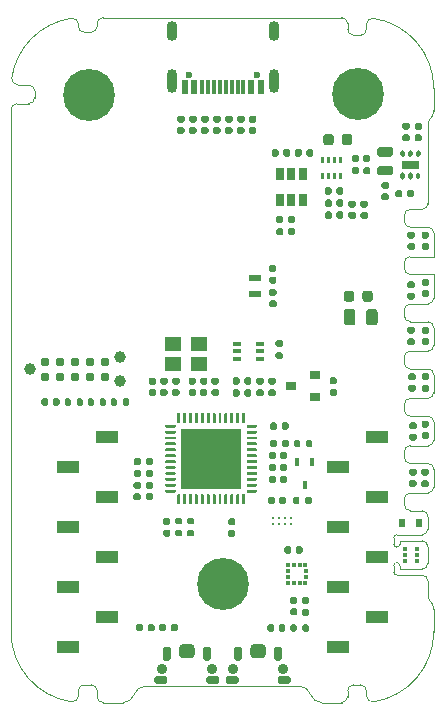
<source format=gts>
G04 #@! TF.GenerationSoftware,KiCad,Pcbnew,(5.1.10)-1*
G04 #@! TF.CreationDate,2021-07-14T14:20:25+08:00*
G04 #@! TF.ProjectId,BeagleConnect Freedom,42656167-6c65-4436-9f6e-6e6563742046,B*
G04 #@! TF.SameCoordinates,Original*
G04 #@! TF.FileFunction,Soldermask,Top*
G04 #@! TF.FilePolarity,Negative*
%FSLAX46Y46*%
G04 Gerber Fmt 4.6, Leading zero omitted, Abs format (unit mm)*
G04 Created by KiCad (PCBNEW (5.1.10)-1) date 2021-07-14 14:20:25*
%MOMM*%
%LPD*%
G01*
G04 APERTURE LIST*
G04 #@! TA.AperFunction,Profile*
%ADD10C,0.050000*%
G04 #@! TD*
%ADD11R,5.150000X5.150000*%
%ADD12C,0.304800*%
%ADD13R,1.900000X1.000000*%
%ADD14R,0.600000X0.700000*%
%ADD15C,0.363000*%
%ADD16R,0.600000X1.160000*%
%ADD17C,0.600000*%
%ADD18R,0.300000X1.160000*%
%ADD19O,0.900000X1.700000*%
%ADD20O,0.900000X2.000000*%
%ADD21C,0.990600*%
%ADD22C,0.787400*%
%ADD23C,0.240000*%
%ADD24R,0.375000X0.350000*%
%ADD25R,0.350000X0.375000*%
%ADD26R,0.900000X0.800000*%
%ADD27R,1.100000X0.600000*%
%ADD28R,0.650000X1.060000*%
%ADD29R,1.400000X1.200000*%
%ADD30C,0.700000*%
%ADD31C,4.400000*%
%ADD32R,0.450000X0.700000*%
%ADD33R,0.650000X0.400000*%
%ADD34C,0.900000*%
G04 APERTURE END LIST*
D10*
X291863382Y-48158779D02*
X291863382Y-46158779D01*
X291863382Y-48158779D02*
G75*
G02*
X291363382Y-48658779I-500000J0D01*
G01*
X289863382Y-48658779D02*
X291363382Y-48658779D01*
X289363382Y-49158779D02*
G75*
G02*
X289863382Y-48658779I500000J0D01*
G01*
X289363382Y-49658779D02*
X289363382Y-49158779D01*
X289863382Y-50158779D02*
G75*
G02*
X289363382Y-49658779I0J500000D01*
G01*
X291363382Y-50158779D02*
X289863382Y-50158779D01*
X291363382Y-50158779D02*
G75*
G02*
X291863382Y-50658779I0J-500000D01*
G01*
X291863382Y-52158779D02*
X291863382Y-50658779D01*
X291863382Y-52158779D02*
G75*
G02*
X291363382Y-52658779I-500000J0D01*
G01*
X289863382Y-52658779D02*
X291363382Y-52658779D01*
X289363382Y-53158779D02*
G75*
G02*
X289863382Y-52658779I500000J0D01*
G01*
X289363382Y-53658779D02*
X289363382Y-53158779D01*
X289863382Y-54158779D02*
G75*
G02*
X289363382Y-53658779I0J500000D01*
G01*
X291363382Y-54158779D02*
X289863382Y-54158779D01*
X291363382Y-54158779D02*
G75*
G02*
X291863382Y-54658779I0J-500000D01*
G01*
X291863382Y-56158779D02*
X291863382Y-54658779D01*
X291863382Y-56158779D02*
G75*
G02*
X291363382Y-56658779I-500000J0D01*
G01*
X289863382Y-56658779D02*
X291363382Y-56658779D01*
X289363382Y-57158779D02*
G75*
G02*
X289863382Y-56658779I500000J0D01*
G01*
X289363382Y-57658779D02*
X289363382Y-57158779D01*
X289863382Y-58158779D02*
G75*
G02*
X289363382Y-57658779I0J500000D01*
G01*
X291363382Y-58158779D02*
X289863382Y-58158779D01*
X291363382Y-58158779D02*
G75*
G02*
X291863382Y-58658779I0J-500000D01*
G01*
X291863382Y-60158779D02*
X291863382Y-58658779D01*
X291863382Y-60158779D02*
G75*
G02*
X291363382Y-60658779I-500000J0D01*
G01*
X289863382Y-60658779D02*
X291363382Y-60658779D01*
X289363382Y-61158779D02*
G75*
G02*
X289863382Y-60658779I500000J0D01*
G01*
X289363382Y-61658779D02*
X289363382Y-61158779D01*
X289863382Y-62158779D02*
G75*
G02*
X289363382Y-61658779I0J500000D01*
G01*
X291363382Y-62158779D02*
X289863382Y-62158779D01*
X291363382Y-62158779D02*
G75*
G02*
X291863382Y-62658779I0J-500000D01*
G01*
X291863382Y-64158779D02*
X291863382Y-62658779D01*
X291863382Y-64158779D02*
G75*
G02*
X291363382Y-64658779I-500000J0D01*
G01*
X289863382Y-64658779D02*
X291363382Y-64658779D01*
X289363382Y-65158779D02*
G75*
G02*
X289863382Y-64658779I500000J0D01*
G01*
X289363382Y-65658779D02*
X289363382Y-65158779D01*
X289863382Y-66158779D02*
G75*
G02*
X289363382Y-65658779I0J500000D01*
G01*
X290863382Y-66158779D02*
X289863382Y-66158779D01*
X290863382Y-66158779D02*
G75*
G02*
X291363382Y-66658779I0J-500000D01*
G01*
X291363382Y-67708779D02*
X291363382Y-66658779D01*
X291363382Y-67708779D02*
G75*
G02*
X290863382Y-68208779I-500000J0D01*
G01*
X288713382Y-68208779D02*
X290863382Y-68208779D01*
X288463382Y-68458779D02*
G75*
G02*
X288713382Y-68208779I250000J0D01*
G01*
X288463382Y-69008779D02*
X288463382Y-68458779D01*
X288963382Y-69008779D02*
G75*
G02*
X288463382Y-69008779I-250000J0D01*
G01*
X288963382Y-68708779D02*
X288963382Y-69008779D01*
X290863382Y-68708779D02*
X288963382Y-68708779D01*
X290863382Y-68708779D02*
G75*
G02*
X291363382Y-69208779I0J-500000D01*
G01*
X291363382Y-70608779D02*
X291363382Y-69208779D01*
X291363382Y-70608779D02*
G75*
G02*
X290863382Y-71108779I-500000J0D01*
G01*
X288963382Y-71108779D02*
X290863382Y-71108779D01*
X288963382Y-70808779D02*
X288963382Y-71108779D01*
X288463382Y-70808779D02*
G75*
G02*
X288963382Y-70808779I250000J0D01*
G01*
X288463382Y-71358779D02*
X288463382Y-70808779D01*
X288713382Y-71608779D02*
G75*
G02*
X288463382Y-71358779I0J250000D01*
G01*
X290863382Y-71608779D02*
X288713382Y-71608779D01*
X290863382Y-71608779D02*
G75*
G02*
X291363382Y-72108779I0J-500000D01*
G01*
X291363382Y-73408779D02*
X291363382Y-72108779D01*
X291530049Y-73781457D02*
G75*
G02*
X291363382Y-73408779I333333J372678D01*
G01*
X291530049Y-73781457D02*
G75*
G02*
X291863382Y-74526813I-666667J-745356D01*
G01*
X291863382Y-76408779D02*
X291863382Y-74526813D01*
X291863381Y-76408779D02*
G75*
G02*
X286736109Y-82344968I-5999999J0D01*
G01*
X286736109Y-82344968D02*
G75*
G02*
X286163382Y-81850286I-72727J494682D01*
G01*
X286163382Y-81408779D02*
X286163382Y-81850286D01*
X285663382Y-80908779D02*
G75*
G02*
X286163382Y-81408779I0J-500000D01*
G01*
X285063382Y-80908779D02*
X285663382Y-80908779D01*
X284563382Y-81408779D02*
G75*
G02*
X285063382Y-80908779I500000J0D01*
G01*
X284563382Y-81908779D02*
X284563382Y-81408779D01*
X284563382Y-81908779D02*
G75*
G02*
X284063382Y-82408779I-500000J0D01*
G01*
X282371260Y-82408779D02*
X284063382Y-82408779D01*
X282371260Y-82408779D02*
G75*
G02*
X281417321Y-81708779I0J1000000D01*
G01*
X280463382Y-81008779D02*
G75*
G02*
X281417321Y-81708779I0J-1000000D01*
G01*
X267463382Y-81008779D02*
X280463382Y-81008779D01*
X266509443Y-81708779D02*
G75*
G02*
X267463382Y-81008779I953939J-300000D01*
G01*
X266509442Y-81708779D02*
G75*
G02*
X265555503Y-82408779I-953939J300000D01*
G01*
X263863382Y-82408779D02*
X265555503Y-82408779D01*
X263863382Y-82408779D02*
G75*
G02*
X263363382Y-81908779I0J500000D01*
G01*
X263363382Y-81408779D02*
X263363382Y-81908779D01*
X262863382Y-80908779D02*
G75*
G02*
X263363382Y-81408779I0J-500000D01*
G01*
X262263382Y-80908779D02*
X262863382Y-80908779D01*
X261763382Y-81408779D02*
G75*
G02*
X262263382Y-80908779I500000J0D01*
G01*
X261763382Y-81850286D02*
X261763382Y-81408779D01*
X261763382Y-81850287D02*
G75*
G02*
X261190654Y-82344968I-500000J1D01*
G01*
X261190655Y-82344969D02*
G75*
G02*
X256063382Y-76408779I872727J5936190D01*
G01*
X256063382Y-32208779D02*
X256063382Y-76408779D01*
X256063382Y-32208779D02*
G75*
G02*
X256563382Y-31708779I500000J0D01*
G01*
X257563382Y-31708779D02*
X256563382Y-31708779D01*
X258063382Y-31208779D02*
G75*
G02*
X257563382Y-31708779I-500000J0D01*
G01*
X258063382Y-30608779D02*
X258063382Y-31208779D01*
X257563382Y-30108779D02*
G75*
G02*
X258063382Y-30608779I0J-500000D01*
G01*
X256621874Y-30108779D02*
X257563382Y-30108779D01*
X256621874Y-30108778D02*
G75*
G02*
X256127192Y-29536052I0J499999D01*
G01*
X256127192Y-29536052D02*
G75*
G02*
X261190654Y-24472589I5936190J-872727D01*
G01*
X261190655Y-24472590D02*
G75*
G02*
X261763382Y-24967272I72727J-494682D01*
G01*
X261763382Y-25158779D02*
X261763382Y-24967272D01*
X262263382Y-25658779D02*
G75*
G02*
X261763382Y-25158779I0J500000D01*
G01*
X262863382Y-25658779D02*
X262263382Y-25658779D01*
X263363382Y-25158779D02*
G75*
G02*
X262863382Y-25658779I-500000J0D01*
G01*
X263363382Y-24908779D02*
X263363382Y-25158779D01*
X263363382Y-24908779D02*
G75*
G02*
X263863382Y-24408779I500000J0D01*
G01*
X284063382Y-24408779D02*
X263863382Y-24408779D01*
X284063382Y-24408779D02*
G75*
G02*
X284563382Y-24908779I0J-500000D01*
G01*
X284563382Y-25408779D02*
X284563382Y-24908779D01*
X285063382Y-25908779D02*
G75*
G02*
X284563382Y-25408779I0J500000D01*
G01*
X285663382Y-25908779D02*
X285063382Y-25908779D01*
X286163382Y-25408779D02*
G75*
G02*
X285663382Y-25908779I-500000J0D01*
G01*
X286163382Y-24967272D02*
X286163382Y-25408779D01*
X286163382Y-24967272D02*
G75*
G02*
X286736109Y-24472589I500000J0D01*
G01*
X286736109Y-24472589D02*
G75*
G02*
X291863382Y-30408779I-872727J-5936190D01*
G01*
X291863382Y-32290745D02*
X291863382Y-30408779D01*
X291863382Y-32290746D02*
G75*
G02*
X291530048Y-33036101I-1000000J1D01*
G01*
X291363382Y-33408779D02*
G75*
G02*
X291530048Y-33036101I500000J0D01*
G01*
X291363382Y-40158779D02*
X291363382Y-33408779D01*
X291363382Y-40158779D02*
G75*
G02*
X290863382Y-40658779I-500000J0D01*
G01*
X289863382Y-40658779D02*
X290863382Y-40658779D01*
X289363382Y-41158779D02*
G75*
G02*
X289863382Y-40658779I500000J0D01*
G01*
X289363382Y-41658779D02*
X289363382Y-41158779D01*
X289863382Y-42158779D02*
G75*
G02*
X289363382Y-41658779I0J500000D01*
G01*
X291363382Y-42158779D02*
X289863382Y-42158779D01*
X291363382Y-42158779D02*
G75*
G02*
X291863382Y-42658779I0J-500000D01*
G01*
X291863382Y-44658779D02*
X291863382Y-42658779D01*
X289863382Y-44658779D02*
X291863382Y-44658779D01*
X289363382Y-45158779D02*
G75*
G02*
X289863382Y-44658779I500000J0D01*
G01*
X289363382Y-45658779D02*
X289363382Y-45158779D01*
X289863382Y-46158779D02*
G75*
G02*
X289363382Y-45658779I0J500000D01*
G01*
X291863382Y-46158779D02*
X289863382Y-46158779D01*
X289363382Y-57658779D02*
X289363382Y-57158779D01*
X289863382Y-58158779D02*
G75*
G02*
X289363382Y-57658779I0J500000D01*
G01*
X291363382Y-58158779D02*
X289863382Y-58158779D01*
X291363382Y-58158779D02*
G75*
G02*
X291863382Y-58658779I0J-500000D01*
G01*
X291863382Y-60158779D02*
X291863382Y-58658779D01*
X291863382Y-60158779D02*
G75*
G02*
X291363382Y-60658779I-500000J0D01*
G01*
X289863382Y-60658779D02*
X291363382Y-60658779D01*
X289363382Y-61158779D02*
G75*
G02*
X289863382Y-60658779I500000J0D01*
G01*
X289363382Y-61658779D02*
X289363382Y-61158779D01*
X289863382Y-62158779D02*
G75*
G02*
X289363382Y-61658779I0J500000D01*
G01*
X291363382Y-62158779D02*
X289863382Y-62158779D01*
X291363382Y-62158779D02*
G75*
G02*
X291863382Y-62658779I0J-500000D01*
G01*
X291863382Y-64158779D02*
X291863382Y-62658779D01*
X291863382Y-64158779D02*
G75*
G02*
X291363382Y-64658779I-500000J0D01*
G01*
X289863382Y-64658779D02*
X291363382Y-64658779D01*
X289363382Y-65158779D02*
G75*
G02*
X289863382Y-64658779I500000J0D01*
G01*
X289363382Y-65658779D02*
X289363382Y-65158779D01*
X289863382Y-66158779D02*
G75*
G02*
X289363382Y-65658779I0J500000D01*
G01*
X290863382Y-66158779D02*
X289863382Y-66158779D01*
X290863382Y-66158779D02*
G75*
G02*
X291363382Y-66658779I0J-500000D01*
G01*
X291363382Y-67708779D02*
X291363382Y-66658779D01*
X291363382Y-67708779D02*
G75*
G02*
X290863382Y-68208779I-500000J0D01*
G01*
X288713382Y-68208779D02*
X290863382Y-68208779D01*
X288463382Y-68458779D02*
G75*
G02*
X288713382Y-68208779I250000J0D01*
G01*
X288463382Y-69008779D02*
X288463382Y-68458779D01*
X288963382Y-69008779D02*
G75*
G02*
X288463382Y-69008779I-250000J0D01*
G01*
X288963382Y-68708779D02*
X288963382Y-69008779D01*
X290863382Y-68708779D02*
X288963382Y-68708779D01*
X290863382Y-68708779D02*
G75*
G02*
X291363382Y-69208779I0J-500000D01*
G01*
X291363382Y-70608779D02*
X291363382Y-69208779D01*
X291363382Y-70608779D02*
G75*
G02*
X290863382Y-71108779I-500000J0D01*
G01*
X288963382Y-71108779D02*
X290863382Y-71108779D01*
X288963382Y-70808779D02*
X288963382Y-71108779D01*
X288463382Y-70808779D02*
G75*
G02*
X288963382Y-70808779I250000J0D01*
G01*
X288463382Y-71358779D02*
X288463382Y-70808779D01*
X288713382Y-71608779D02*
G75*
G02*
X288463382Y-71358779I0J250000D01*
G01*
X290863382Y-71608779D02*
X288713382Y-71608779D01*
X290863382Y-71608779D02*
G75*
G02*
X291363382Y-72108779I0J-500000D01*
G01*
X291363382Y-73408779D02*
X291363382Y-72108779D01*
X291530049Y-73781457D02*
G75*
G02*
X291363382Y-73408779I333333J372678D01*
G01*
X291530049Y-73781457D02*
G75*
G02*
X291863382Y-74526813I-666667J-745356D01*
G01*
X291863382Y-76408779D02*
X291863382Y-74526813D01*
X291863381Y-76408779D02*
G75*
G02*
X286736109Y-82344968I-5999999J0D01*
G01*
X286736109Y-82344968D02*
G75*
G02*
X286163382Y-81850286I-72727J494682D01*
G01*
X286163382Y-81408779D02*
X286163382Y-81850286D01*
X285663382Y-80908779D02*
G75*
G02*
X286163382Y-81408779I0J-500000D01*
G01*
X285063382Y-80908779D02*
X285663382Y-80908779D01*
X284563382Y-81408779D02*
G75*
G02*
X285063382Y-80908779I500000J0D01*
G01*
X284563382Y-81908779D02*
X284563382Y-81408779D01*
X284563382Y-81908779D02*
G75*
G02*
X284063382Y-82408779I-500000J0D01*
G01*
X282371260Y-82408779D02*
X284063382Y-82408779D01*
X282371260Y-82408779D02*
G75*
G02*
X281417321Y-81708779I0J1000000D01*
G01*
X280463382Y-81008779D02*
G75*
G02*
X281417321Y-81708779I0J-1000000D01*
G01*
X267463382Y-81008779D02*
X280463382Y-81008779D01*
X266509443Y-81708779D02*
G75*
G02*
X267463382Y-81008779I953939J-300000D01*
G01*
X266509442Y-81708779D02*
G75*
G02*
X265555503Y-82408779I-953939J300000D01*
G01*
X263863382Y-82408779D02*
X265555503Y-82408779D01*
X263863382Y-82408779D02*
G75*
G02*
X263363382Y-81908779I0J500000D01*
G01*
X263363382Y-81408779D02*
X263363382Y-81908779D01*
X262863382Y-80908779D02*
G75*
G02*
X263363382Y-81408779I0J-500000D01*
G01*
X262263382Y-80908779D02*
X262863382Y-80908779D01*
X261763382Y-81408779D02*
G75*
G02*
X262263382Y-80908779I500000J0D01*
G01*
X261763382Y-81850286D02*
X261763382Y-81408779D01*
X261763382Y-81850287D02*
G75*
G02*
X261190654Y-82344968I-500000J1D01*
G01*
X261190655Y-82344969D02*
G75*
G02*
X256063382Y-76408779I872727J5936190D01*
G01*
X256063382Y-32208779D02*
X256063382Y-76408779D01*
X256063382Y-32208779D02*
G75*
G02*
X256563382Y-31708779I500000J0D01*
G01*
X257563382Y-31708779D02*
X256563382Y-31708779D01*
X258063382Y-31208779D02*
G75*
G02*
X257563382Y-31708779I-500000J0D01*
G01*
X258063382Y-30608779D02*
X258063382Y-31208779D01*
X257563382Y-30108779D02*
G75*
G02*
X258063382Y-30608779I0J-500000D01*
G01*
X256621874Y-30108779D02*
X257563382Y-30108779D01*
X256621874Y-30108778D02*
G75*
G02*
X256127192Y-29536052I0J499999D01*
G01*
X256127192Y-29536052D02*
G75*
G02*
X261190654Y-24472589I5936190J-872727D01*
G01*
X261190655Y-24472590D02*
G75*
G02*
X261763382Y-24967272I72727J-494682D01*
G01*
X261763382Y-25158779D02*
X261763382Y-24967272D01*
X262263382Y-25658779D02*
G75*
G02*
X261763382Y-25158779I0J500000D01*
G01*
X262863382Y-25658779D02*
X262263382Y-25658779D01*
X263363382Y-25158779D02*
G75*
G02*
X262863382Y-25658779I-500000J0D01*
G01*
X263363382Y-24908779D02*
X263363382Y-25158779D01*
X263363382Y-24908779D02*
G75*
G02*
X263863382Y-24408779I500000J0D01*
G01*
X284063382Y-24408779D02*
X263863382Y-24408779D01*
X284063382Y-24408779D02*
G75*
G02*
X284563382Y-24908779I0J-500000D01*
G01*
X284563382Y-25408779D02*
X284563382Y-24908779D01*
X285063382Y-25908779D02*
G75*
G02*
X284563382Y-25408779I0J500000D01*
G01*
X285663382Y-25908779D02*
X285063382Y-25908779D01*
X286163382Y-25408779D02*
G75*
G02*
X285663382Y-25908779I-500000J0D01*
G01*
X286163382Y-24967272D02*
X286163382Y-25408779D01*
X286163382Y-24967272D02*
G75*
G02*
X286736109Y-24472589I500000J0D01*
G01*
X286736109Y-24472589D02*
G75*
G02*
X291863382Y-30408779I-872727J-5936190D01*
G01*
X291863382Y-32290745D02*
X291863382Y-30408779D01*
X291863382Y-32290746D02*
G75*
G02*
X291530048Y-33036101I-1000000J1D01*
G01*
X291363382Y-33408779D02*
G75*
G02*
X291530048Y-33036101I500000J0D01*
G01*
X291363382Y-40158779D02*
X291363382Y-33408779D01*
X291363382Y-40158779D02*
G75*
G02*
X290863382Y-40658779I-500000J0D01*
G01*
X289863382Y-40658779D02*
X290863382Y-40658779D01*
X289363382Y-41158779D02*
G75*
G02*
X289863382Y-40658779I500000J0D01*
G01*
X289363382Y-41658779D02*
X289363382Y-41158779D01*
X289863382Y-42158779D02*
G75*
G02*
X289363382Y-41658779I0J500000D01*
G01*
X291363382Y-42158779D02*
X289863382Y-42158779D01*
X291363382Y-42158779D02*
G75*
G02*
X291863382Y-42658779I0J-500000D01*
G01*
X291863382Y-44658779D02*
X291863382Y-42658779D01*
X289863382Y-44658779D02*
X291863382Y-44658779D01*
X289363382Y-45158779D02*
G75*
G02*
X289863382Y-44658779I500000J0D01*
G01*
X289363382Y-45658779D02*
X289363382Y-45158779D01*
X289863382Y-46158779D02*
G75*
G02*
X289363382Y-45658779I0J500000D01*
G01*
X291863382Y-46158779D02*
X289863382Y-46158779D01*
X291863382Y-48158779D02*
X291863382Y-46158779D01*
X291863382Y-48158779D02*
G75*
G02*
X291363382Y-48658779I-500000J0D01*
G01*
X289863382Y-48658779D02*
X291363382Y-48658779D01*
X289363382Y-49158779D02*
G75*
G02*
X289863382Y-48658779I500000J0D01*
G01*
X289363382Y-49658779D02*
X289363382Y-49158779D01*
X289863382Y-50158779D02*
G75*
G02*
X289363382Y-49658779I0J500000D01*
G01*
X291363382Y-50158779D02*
X289863382Y-50158779D01*
X291363382Y-50158779D02*
G75*
G02*
X291863382Y-50658779I0J-500000D01*
G01*
X291863382Y-52158779D02*
X291863382Y-50658779D01*
X291863382Y-52158779D02*
G75*
G02*
X291363382Y-52658779I-500000J0D01*
G01*
X289863382Y-52658779D02*
X291363382Y-52658779D01*
X289363382Y-53158779D02*
G75*
G02*
X289863382Y-52658779I500000J0D01*
G01*
X289363382Y-53658779D02*
X289363382Y-53158779D01*
X289863382Y-54158779D02*
G75*
G02*
X289363382Y-53658779I0J500000D01*
G01*
X291363382Y-54158779D02*
X289863382Y-54158779D01*
X291363382Y-54158779D02*
G75*
G02*
X291863382Y-54658779I0J-500000D01*
G01*
X291863382Y-56158779D02*
X291863382Y-54658779D01*
X291863382Y-56158779D02*
G75*
G02*
X291363382Y-56658779I-500000J0D01*
G01*
X289863382Y-56658779D02*
X291363382Y-56658779D01*
X289363382Y-57158779D02*
G75*
G02*
X289863382Y-56658779I500000J0D01*
G01*
X286463382Y-30908779D02*
G75*
G03*
X286463382Y-30908779I-1100000J0D01*
G01*
X263663382Y-30908779D02*
G75*
G03*
X263663382Y-30908779I-1100000J0D01*
G01*
X286463382Y-30908779D02*
G75*
G03*
X286463382Y-30908779I-1100000J0D01*
G01*
X263663382Y-30908779D02*
G75*
G03*
X263663382Y-30908779I-1100000J0D01*
G01*
D11*
X273010000Y-61760000D03*
G36*
G01*
X270135000Y-58697500D02*
X270135000Y-57947500D01*
G75*
G02*
X270197500Y-57885000I62500J0D01*
G01*
X270322500Y-57885000D01*
G75*
G02*
X270385000Y-57947500I0J-62500D01*
G01*
X270385000Y-58697500D01*
G75*
G02*
X270322500Y-58760000I-62500J0D01*
G01*
X270197500Y-58760000D01*
G75*
G02*
X270135000Y-58697500I0J62500D01*
G01*
G37*
G36*
G01*
X270635000Y-58697500D02*
X270635000Y-57947500D01*
G75*
G02*
X270697500Y-57885000I62500J0D01*
G01*
X270822500Y-57885000D01*
G75*
G02*
X270885000Y-57947500I0J-62500D01*
G01*
X270885000Y-58697500D01*
G75*
G02*
X270822500Y-58760000I-62500J0D01*
G01*
X270697500Y-58760000D01*
G75*
G02*
X270635000Y-58697500I0J62500D01*
G01*
G37*
G36*
G01*
X271135000Y-58697500D02*
X271135000Y-57947500D01*
G75*
G02*
X271197500Y-57885000I62500J0D01*
G01*
X271322500Y-57885000D01*
G75*
G02*
X271385000Y-57947500I0J-62500D01*
G01*
X271385000Y-58697500D01*
G75*
G02*
X271322500Y-58760000I-62500J0D01*
G01*
X271197500Y-58760000D01*
G75*
G02*
X271135000Y-58697500I0J62500D01*
G01*
G37*
G36*
G01*
X271635000Y-58697500D02*
X271635000Y-57947500D01*
G75*
G02*
X271697500Y-57885000I62500J0D01*
G01*
X271822500Y-57885000D01*
G75*
G02*
X271885000Y-57947500I0J-62500D01*
G01*
X271885000Y-58697500D01*
G75*
G02*
X271822500Y-58760000I-62500J0D01*
G01*
X271697500Y-58760000D01*
G75*
G02*
X271635000Y-58697500I0J62500D01*
G01*
G37*
G36*
G01*
X272135000Y-58697500D02*
X272135000Y-57947500D01*
G75*
G02*
X272197500Y-57885000I62500J0D01*
G01*
X272322500Y-57885000D01*
G75*
G02*
X272385000Y-57947500I0J-62500D01*
G01*
X272385000Y-58697500D01*
G75*
G02*
X272322500Y-58760000I-62500J0D01*
G01*
X272197500Y-58760000D01*
G75*
G02*
X272135000Y-58697500I0J62500D01*
G01*
G37*
G36*
G01*
X272635000Y-58697500D02*
X272635000Y-57947500D01*
G75*
G02*
X272697500Y-57885000I62500J0D01*
G01*
X272822500Y-57885000D01*
G75*
G02*
X272885000Y-57947500I0J-62500D01*
G01*
X272885000Y-58697500D01*
G75*
G02*
X272822500Y-58760000I-62500J0D01*
G01*
X272697500Y-58760000D01*
G75*
G02*
X272635000Y-58697500I0J62500D01*
G01*
G37*
G36*
G01*
X273135000Y-58697500D02*
X273135000Y-57947500D01*
G75*
G02*
X273197500Y-57885000I62500J0D01*
G01*
X273322500Y-57885000D01*
G75*
G02*
X273385000Y-57947500I0J-62500D01*
G01*
X273385000Y-58697500D01*
G75*
G02*
X273322500Y-58760000I-62500J0D01*
G01*
X273197500Y-58760000D01*
G75*
G02*
X273135000Y-58697500I0J62500D01*
G01*
G37*
G36*
G01*
X273635000Y-58697500D02*
X273635000Y-57947500D01*
G75*
G02*
X273697500Y-57885000I62500J0D01*
G01*
X273822500Y-57885000D01*
G75*
G02*
X273885000Y-57947500I0J-62500D01*
G01*
X273885000Y-58697500D01*
G75*
G02*
X273822500Y-58760000I-62500J0D01*
G01*
X273697500Y-58760000D01*
G75*
G02*
X273635000Y-58697500I0J62500D01*
G01*
G37*
G36*
G01*
X274135000Y-58697500D02*
X274135000Y-57947500D01*
G75*
G02*
X274197500Y-57885000I62500J0D01*
G01*
X274322500Y-57885000D01*
G75*
G02*
X274385000Y-57947500I0J-62500D01*
G01*
X274385000Y-58697500D01*
G75*
G02*
X274322500Y-58760000I-62500J0D01*
G01*
X274197500Y-58760000D01*
G75*
G02*
X274135000Y-58697500I0J62500D01*
G01*
G37*
G36*
G01*
X274635000Y-58697500D02*
X274635000Y-57947500D01*
G75*
G02*
X274697500Y-57885000I62500J0D01*
G01*
X274822500Y-57885000D01*
G75*
G02*
X274885000Y-57947500I0J-62500D01*
G01*
X274885000Y-58697500D01*
G75*
G02*
X274822500Y-58760000I-62500J0D01*
G01*
X274697500Y-58760000D01*
G75*
G02*
X274635000Y-58697500I0J62500D01*
G01*
G37*
G36*
G01*
X275135000Y-58697500D02*
X275135000Y-57947500D01*
G75*
G02*
X275197500Y-57885000I62500J0D01*
G01*
X275322500Y-57885000D01*
G75*
G02*
X275385000Y-57947500I0J-62500D01*
G01*
X275385000Y-58697500D01*
G75*
G02*
X275322500Y-58760000I-62500J0D01*
G01*
X275197500Y-58760000D01*
G75*
G02*
X275135000Y-58697500I0J62500D01*
G01*
G37*
G36*
G01*
X275635000Y-58697500D02*
X275635000Y-57947500D01*
G75*
G02*
X275697500Y-57885000I62500J0D01*
G01*
X275822500Y-57885000D01*
G75*
G02*
X275885000Y-57947500I0J-62500D01*
G01*
X275885000Y-58697500D01*
G75*
G02*
X275822500Y-58760000I-62500J0D01*
G01*
X275697500Y-58760000D01*
G75*
G02*
X275635000Y-58697500I0J62500D01*
G01*
G37*
G36*
G01*
X276010000Y-59072500D02*
X276010000Y-58947500D01*
G75*
G02*
X276072500Y-58885000I62500J0D01*
G01*
X276822500Y-58885000D01*
G75*
G02*
X276885000Y-58947500I0J-62500D01*
G01*
X276885000Y-59072500D01*
G75*
G02*
X276822500Y-59135000I-62500J0D01*
G01*
X276072500Y-59135000D01*
G75*
G02*
X276010000Y-59072500I0J62500D01*
G01*
G37*
G36*
G01*
X276010000Y-59572500D02*
X276010000Y-59447500D01*
G75*
G02*
X276072500Y-59385000I62500J0D01*
G01*
X276822500Y-59385000D01*
G75*
G02*
X276885000Y-59447500I0J-62500D01*
G01*
X276885000Y-59572500D01*
G75*
G02*
X276822500Y-59635000I-62500J0D01*
G01*
X276072500Y-59635000D01*
G75*
G02*
X276010000Y-59572500I0J62500D01*
G01*
G37*
G36*
G01*
X276010000Y-60072500D02*
X276010000Y-59947500D01*
G75*
G02*
X276072500Y-59885000I62500J0D01*
G01*
X276822500Y-59885000D01*
G75*
G02*
X276885000Y-59947500I0J-62500D01*
G01*
X276885000Y-60072500D01*
G75*
G02*
X276822500Y-60135000I-62500J0D01*
G01*
X276072500Y-60135000D01*
G75*
G02*
X276010000Y-60072500I0J62500D01*
G01*
G37*
G36*
G01*
X276010000Y-60572500D02*
X276010000Y-60447500D01*
G75*
G02*
X276072500Y-60385000I62500J0D01*
G01*
X276822500Y-60385000D01*
G75*
G02*
X276885000Y-60447500I0J-62500D01*
G01*
X276885000Y-60572500D01*
G75*
G02*
X276822500Y-60635000I-62500J0D01*
G01*
X276072500Y-60635000D01*
G75*
G02*
X276010000Y-60572500I0J62500D01*
G01*
G37*
G36*
G01*
X276010000Y-61072500D02*
X276010000Y-60947500D01*
G75*
G02*
X276072500Y-60885000I62500J0D01*
G01*
X276822500Y-60885000D01*
G75*
G02*
X276885000Y-60947500I0J-62500D01*
G01*
X276885000Y-61072500D01*
G75*
G02*
X276822500Y-61135000I-62500J0D01*
G01*
X276072500Y-61135000D01*
G75*
G02*
X276010000Y-61072500I0J62500D01*
G01*
G37*
G36*
G01*
X276010000Y-61572500D02*
X276010000Y-61447500D01*
G75*
G02*
X276072500Y-61385000I62500J0D01*
G01*
X276822500Y-61385000D01*
G75*
G02*
X276885000Y-61447500I0J-62500D01*
G01*
X276885000Y-61572500D01*
G75*
G02*
X276822500Y-61635000I-62500J0D01*
G01*
X276072500Y-61635000D01*
G75*
G02*
X276010000Y-61572500I0J62500D01*
G01*
G37*
G36*
G01*
X276010000Y-62072500D02*
X276010000Y-61947500D01*
G75*
G02*
X276072500Y-61885000I62500J0D01*
G01*
X276822500Y-61885000D01*
G75*
G02*
X276885000Y-61947500I0J-62500D01*
G01*
X276885000Y-62072500D01*
G75*
G02*
X276822500Y-62135000I-62500J0D01*
G01*
X276072500Y-62135000D01*
G75*
G02*
X276010000Y-62072500I0J62500D01*
G01*
G37*
G36*
G01*
X276010000Y-62572500D02*
X276010000Y-62447500D01*
G75*
G02*
X276072500Y-62385000I62500J0D01*
G01*
X276822500Y-62385000D01*
G75*
G02*
X276885000Y-62447500I0J-62500D01*
G01*
X276885000Y-62572500D01*
G75*
G02*
X276822500Y-62635000I-62500J0D01*
G01*
X276072500Y-62635000D01*
G75*
G02*
X276010000Y-62572500I0J62500D01*
G01*
G37*
G36*
G01*
X276010000Y-63072500D02*
X276010000Y-62947500D01*
G75*
G02*
X276072500Y-62885000I62500J0D01*
G01*
X276822500Y-62885000D01*
G75*
G02*
X276885000Y-62947500I0J-62500D01*
G01*
X276885000Y-63072500D01*
G75*
G02*
X276822500Y-63135000I-62500J0D01*
G01*
X276072500Y-63135000D01*
G75*
G02*
X276010000Y-63072500I0J62500D01*
G01*
G37*
G36*
G01*
X276010000Y-63572500D02*
X276010000Y-63447500D01*
G75*
G02*
X276072500Y-63385000I62500J0D01*
G01*
X276822500Y-63385000D01*
G75*
G02*
X276885000Y-63447500I0J-62500D01*
G01*
X276885000Y-63572500D01*
G75*
G02*
X276822500Y-63635000I-62500J0D01*
G01*
X276072500Y-63635000D01*
G75*
G02*
X276010000Y-63572500I0J62500D01*
G01*
G37*
G36*
G01*
X276010000Y-64072500D02*
X276010000Y-63947500D01*
G75*
G02*
X276072500Y-63885000I62500J0D01*
G01*
X276822500Y-63885000D01*
G75*
G02*
X276885000Y-63947500I0J-62500D01*
G01*
X276885000Y-64072500D01*
G75*
G02*
X276822500Y-64135000I-62500J0D01*
G01*
X276072500Y-64135000D01*
G75*
G02*
X276010000Y-64072500I0J62500D01*
G01*
G37*
G36*
G01*
X276010000Y-64572500D02*
X276010000Y-64447500D01*
G75*
G02*
X276072500Y-64385000I62500J0D01*
G01*
X276822500Y-64385000D01*
G75*
G02*
X276885000Y-64447500I0J-62500D01*
G01*
X276885000Y-64572500D01*
G75*
G02*
X276822500Y-64635000I-62500J0D01*
G01*
X276072500Y-64635000D01*
G75*
G02*
X276010000Y-64572500I0J62500D01*
G01*
G37*
G36*
G01*
X275635000Y-65572500D02*
X275635000Y-64822500D01*
G75*
G02*
X275697500Y-64760000I62500J0D01*
G01*
X275822500Y-64760000D01*
G75*
G02*
X275885000Y-64822500I0J-62500D01*
G01*
X275885000Y-65572500D01*
G75*
G02*
X275822500Y-65635000I-62500J0D01*
G01*
X275697500Y-65635000D01*
G75*
G02*
X275635000Y-65572500I0J62500D01*
G01*
G37*
G36*
G01*
X275135000Y-65572500D02*
X275135000Y-64822500D01*
G75*
G02*
X275197500Y-64760000I62500J0D01*
G01*
X275322500Y-64760000D01*
G75*
G02*
X275385000Y-64822500I0J-62500D01*
G01*
X275385000Y-65572500D01*
G75*
G02*
X275322500Y-65635000I-62500J0D01*
G01*
X275197500Y-65635000D01*
G75*
G02*
X275135000Y-65572500I0J62500D01*
G01*
G37*
G36*
G01*
X274635000Y-65572500D02*
X274635000Y-64822500D01*
G75*
G02*
X274697500Y-64760000I62500J0D01*
G01*
X274822500Y-64760000D01*
G75*
G02*
X274885000Y-64822500I0J-62500D01*
G01*
X274885000Y-65572500D01*
G75*
G02*
X274822500Y-65635000I-62500J0D01*
G01*
X274697500Y-65635000D01*
G75*
G02*
X274635000Y-65572500I0J62500D01*
G01*
G37*
G36*
G01*
X274135000Y-65572500D02*
X274135000Y-64822500D01*
G75*
G02*
X274197500Y-64760000I62500J0D01*
G01*
X274322500Y-64760000D01*
G75*
G02*
X274385000Y-64822500I0J-62500D01*
G01*
X274385000Y-65572500D01*
G75*
G02*
X274322500Y-65635000I-62500J0D01*
G01*
X274197500Y-65635000D01*
G75*
G02*
X274135000Y-65572500I0J62500D01*
G01*
G37*
G36*
G01*
X273635000Y-65572500D02*
X273635000Y-64822500D01*
G75*
G02*
X273697500Y-64760000I62500J0D01*
G01*
X273822500Y-64760000D01*
G75*
G02*
X273885000Y-64822500I0J-62500D01*
G01*
X273885000Y-65572500D01*
G75*
G02*
X273822500Y-65635000I-62500J0D01*
G01*
X273697500Y-65635000D01*
G75*
G02*
X273635000Y-65572500I0J62500D01*
G01*
G37*
G36*
G01*
X273135000Y-65572500D02*
X273135000Y-64822500D01*
G75*
G02*
X273197500Y-64760000I62500J0D01*
G01*
X273322500Y-64760000D01*
G75*
G02*
X273385000Y-64822500I0J-62500D01*
G01*
X273385000Y-65572500D01*
G75*
G02*
X273322500Y-65635000I-62500J0D01*
G01*
X273197500Y-65635000D01*
G75*
G02*
X273135000Y-65572500I0J62500D01*
G01*
G37*
G36*
G01*
X272635000Y-65572500D02*
X272635000Y-64822500D01*
G75*
G02*
X272697500Y-64760000I62500J0D01*
G01*
X272822500Y-64760000D01*
G75*
G02*
X272885000Y-64822500I0J-62500D01*
G01*
X272885000Y-65572500D01*
G75*
G02*
X272822500Y-65635000I-62500J0D01*
G01*
X272697500Y-65635000D01*
G75*
G02*
X272635000Y-65572500I0J62500D01*
G01*
G37*
G36*
G01*
X272135000Y-65572500D02*
X272135000Y-64822500D01*
G75*
G02*
X272197500Y-64760000I62500J0D01*
G01*
X272322500Y-64760000D01*
G75*
G02*
X272385000Y-64822500I0J-62500D01*
G01*
X272385000Y-65572500D01*
G75*
G02*
X272322500Y-65635000I-62500J0D01*
G01*
X272197500Y-65635000D01*
G75*
G02*
X272135000Y-65572500I0J62500D01*
G01*
G37*
G36*
G01*
X271635000Y-65572500D02*
X271635000Y-64822500D01*
G75*
G02*
X271697500Y-64760000I62500J0D01*
G01*
X271822500Y-64760000D01*
G75*
G02*
X271885000Y-64822500I0J-62500D01*
G01*
X271885000Y-65572500D01*
G75*
G02*
X271822500Y-65635000I-62500J0D01*
G01*
X271697500Y-65635000D01*
G75*
G02*
X271635000Y-65572500I0J62500D01*
G01*
G37*
G36*
G01*
X271135000Y-65572500D02*
X271135000Y-64822500D01*
G75*
G02*
X271197500Y-64760000I62500J0D01*
G01*
X271322500Y-64760000D01*
G75*
G02*
X271385000Y-64822500I0J-62500D01*
G01*
X271385000Y-65572500D01*
G75*
G02*
X271322500Y-65635000I-62500J0D01*
G01*
X271197500Y-65635000D01*
G75*
G02*
X271135000Y-65572500I0J62500D01*
G01*
G37*
G36*
G01*
X270635000Y-65572500D02*
X270635000Y-64822500D01*
G75*
G02*
X270697500Y-64760000I62500J0D01*
G01*
X270822500Y-64760000D01*
G75*
G02*
X270885000Y-64822500I0J-62500D01*
G01*
X270885000Y-65572500D01*
G75*
G02*
X270822500Y-65635000I-62500J0D01*
G01*
X270697500Y-65635000D01*
G75*
G02*
X270635000Y-65572500I0J62500D01*
G01*
G37*
G36*
G01*
X270135000Y-65572500D02*
X270135000Y-64822500D01*
G75*
G02*
X270197500Y-64760000I62500J0D01*
G01*
X270322500Y-64760000D01*
G75*
G02*
X270385000Y-64822500I0J-62500D01*
G01*
X270385000Y-65572500D01*
G75*
G02*
X270322500Y-65635000I-62500J0D01*
G01*
X270197500Y-65635000D01*
G75*
G02*
X270135000Y-65572500I0J62500D01*
G01*
G37*
G36*
G01*
X269135000Y-64572500D02*
X269135000Y-64447500D01*
G75*
G02*
X269197500Y-64385000I62500J0D01*
G01*
X269947500Y-64385000D01*
G75*
G02*
X270010000Y-64447500I0J-62500D01*
G01*
X270010000Y-64572500D01*
G75*
G02*
X269947500Y-64635000I-62500J0D01*
G01*
X269197500Y-64635000D01*
G75*
G02*
X269135000Y-64572500I0J62500D01*
G01*
G37*
G36*
G01*
X269135000Y-64072500D02*
X269135000Y-63947500D01*
G75*
G02*
X269197500Y-63885000I62500J0D01*
G01*
X269947500Y-63885000D01*
G75*
G02*
X270010000Y-63947500I0J-62500D01*
G01*
X270010000Y-64072500D01*
G75*
G02*
X269947500Y-64135000I-62500J0D01*
G01*
X269197500Y-64135000D01*
G75*
G02*
X269135000Y-64072500I0J62500D01*
G01*
G37*
G36*
G01*
X269135000Y-63572500D02*
X269135000Y-63447500D01*
G75*
G02*
X269197500Y-63385000I62500J0D01*
G01*
X269947500Y-63385000D01*
G75*
G02*
X270010000Y-63447500I0J-62500D01*
G01*
X270010000Y-63572500D01*
G75*
G02*
X269947500Y-63635000I-62500J0D01*
G01*
X269197500Y-63635000D01*
G75*
G02*
X269135000Y-63572500I0J62500D01*
G01*
G37*
G36*
G01*
X269135000Y-63072500D02*
X269135000Y-62947500D01*
G75*
G02*
X269197500Y-62885000I62500J0D01*
G01*
X269947500Y-62885000D01*
G75*
G02*
X270010000Y-62947500I0J-62500D01*
G01*
X270010000Y-63072500D01*
G75*
G02*
X269947500Y-63135000I-62500J0D01*
G01*
X269197500Y-63135000D01*
G75*
G02*
X269135000Y-63072500I0J62500D01*
G01*
G37*
G36*
G01*
X269135000Y-62572500D02*
X269135000Y-62447500D01*
G75*
G02*
X269197500Y-62385000I62500J0D01*
G01*
X269947500Y-62385000D01*
G75*
G02*
X270010000Y-62447500I0J-62500D01*
G01*
X270010000Y-62572500D01*
G75*
G02*
X269947500Y-62635000I-62500J0D01*
G01*
X269197500Y-62635000D01*
G75*
G02*
X269135000Y-62572500I0J62500D01*
G01*
G37*
G36*
G01*
X269135000Y-62072500D02*
X269135000Y-61947500D01*
G75*
G02*
X269197500Y-61885000I62500J0D01*
G01*
X269947500Y-61885000D01*
G75*
G02*
X270010000Y-61947500I0J-62500D01*
G01*
X270010000Y-62072500D01*
G75*
G02*
X269947500Y-62135000I-62500J0D01*
G01*
X269197500Y-62135000D01*
G75*
G02*
X269135000Y-62072500I0J62500D01*
G01*
G37*
G36*
G01*
X269135000Y-61572500D02*
X269135000Y-61447500D01*
G75*
G02*
X269197500Y-61385000I62500J0D01*
G01*
X269947500Y-61385000D01*
G75*
G02*
X270010000Y-61447500I0J-62500D01*
G01*
X270010000Y-61572500D01*
G75*
G02*
X269947500Y-61635000I-62500J0D01*
G01*
X269197500Y-61635000D01*
G75*
G02*
X269135000Y-61572500I0J62500D01*
G01*
G37*
G36*
G01*
X269135000Y-61072500D02*
X269135000Y-60947500D01*
G75*
G02*
X269197500Y-60885000I62500J0D01*
G01*
X269947500Y-60885000D01*
G75*
G02*
X270010000Y-60947500I0J-62500D01*
G01*
X270010000Y-61072500D01*
G75*
G02*
X269947500Y-61135000I-62500J0D01*
G01*
X269197500Y-61135000D01*
G75*
G02*
X269135000Y-61072500I0J62500D01*
G01*
G37*
G36*
G01*
X269135000Y-60572500D02*
X269135000Y-60447500D01*
G75*
G02*
X269197500Y-60385000I62500J0D01*
G01*
X269947500Y-60385000D01*
G75*
G02*
X270010000Y-60447500I0J-62500D01*
G01*
X270010000Y-60572500D01*
G75*
G02*
X269947500Y-60635000I-62500J0D01*
G01*
X269197500Y-60635000D01*
G75*
G02*
X269135000Y-60572500I0J62500D01*
G01*
G37*
G36*
G01*
X269135000Y-60072500D02*
X269135000Y-59947500D01*
G75*
G02*
X269197500Y-59885000I62500J0D01*
G01*
X269947500Y-59885000D01*
G75*
G02*
X270010000Y-59947500I0J-62500D01*
G01*
X270010000Y-60072500D01*
G75*
G02*
X269947500Y-60135000I-62500J0D01*
G01*
X269197500Y-60135000D01*
G75*
G02*
X269135000Y-60072500I0J62500D01*
G01*
G37*
G36*
G01*
X269135000Y-59572500D02*
X269135000Y-59447500D01*
G75*
G02*
X269197500Y-59385000I62500J0D01*
G01*
X269947500Y-59385000D01*
G75*
G02*
X270010000Y-59447500I0J-62500D01*
G01*
X270010000Y-59572500D01*
G75*
G02*
X269947500Y-59635000I-62500J0D01*
G01*
X269197500Y-59635000D01*
G75*
G02*
X269135000Y-59572500I0J62500D01*
G01*
G37*
G36*
G01*
X269135000Y-59072500D02*
X269135000Y-58947500D01*
G75*
G02*
X269197500Y-58885000I62500J0D01*
G01*
X269947500Y-58885000D01*
G75*
G02*
X270010000Y-58947500I0J-62500D01*
G01*
X270010000Y-59072500D01*
G75*
G02*
X269947500Y-59135000I-62500J0D01*
G01*
X269197500Y-59135000D01*
G75*
G02*
X269135000Y-59072500I0J62500D01*
G01*
G37*
D12*
X279740000Y-66810000D03*
X279740000Y-67310000D03*
X279240000Y-66810000D03*
X279240000Y-67310000D03*
X278740000Y-66810000D03*
X278740000Y-67310000D03*
X278240000Y-66810000D03*
X278240000Y-67310000D03*
D13*
X264180000Y-70050000D03*
X264180000Y-64970000D03*
X264180000Y-75130000D03*
X260880000Y-67510000D03*
X264180000Y-59890000D03*
X260880000Y-62430000D03*
X260880000Y-72590000D03*
X260880000Y-77670000D03*
X283740000Y-62430000D03*
X283740000Y-67510000D03*
X283740000Y-72590000D03*
X283740000Y-77670000D03*
X287040000Y-59890000D03*
X287040000Y-64970000D03*
X287040000Y-70050000D03*
X287040000Y-75130000D03*
D14*
X289200000Y-67200000D03*
X290600000Y-67200000D03*
G36*
G01*
X268837500Y-55860000D02*
X269182500Y-55860000D01*
G75*
G02*
X269330000Y-56007500I0J-147500D01*
G01*
X269330000Y-56302500D01*
G75*
G02*
X269182500Y-56450000I-147500J0D01*
G01*
X268837500Y-56450000D01*
G75*
G02*
X268690000Y-56302500I0J147500D01*
G01*
X268690000Y-56007500D01*
G75*
G02*
X268837500Y-55860000I147500J0D01*
G01*
G37*
G36*
G01*
X268837500Y-54890000D02*
X269182500Y-54890000D01*
G75*
G02*
X269330000Y-55037500I0J-147500D01*
G01*
X269330000Y-55332500D01*
G75*
G02*
X269182500Y-55480000I-147500J0D01*
G01*
X268837500Y-55480000D01*
G75*
G02*
X268690000Y-55332500I0J147500D01*
G01*
X268690000Y-55037500D01*
G75*
G02*
X268837500Y-54890000I147500J0D01*
G01*
G37*
G36*
G01*
X270176000Y-75895500D02*
X270176000Y-76240500D01*
G75*
G02*
X270028500Y-76388000I-147500J0D01*
G01*
X269733500Y-76388000D01*
G75*
G02*
X269586000Y-76240500I0J147500D01*
G01*
X269586000Y-75895500D01*
G75*
G02*
X269733500Y-75748000I147500J0D01*
G01*
X270028500Y-75748000D01*
G75*
G02*
X270176000Y-75895500I0J-147500D01*
G01*
G37*
G36*
G01*
X269206000Y-75895500D02*
X269206000Y-76240500D01*
G75*
G02*
X269058500Y-76388000I-147500J0D01*
G01*
X268763500Y-76388000D01*
G75*
G02*
X268616000Y-76240500I0J147500D01*
G01*
X268616000Y-75895500D01*
G75*
G02*
X268763500Y-75748000I147500J0D01*
G01*
X269058500Y-75748000D01*
G75*
G02*
X269206000Y-75895500I0J-147500D01*
G01*
G37*
G36*
G01*
X282515000Y-36745000D02*
X282365000Y-36745000D01*
G75*
G02*
X282315000Y-36695000I0J50000D01*
G01*
X282315000Y-36245000D01*
G75*
G02*
X282365000Y-36195000I50000J0D01*
G01*
X282515000Y-36195000D01*
G75*
G02*
X282565000Y-36245000I0J-50000D01*
G01*
X282565000Y-36695000D01*
G75*
G02*
X282515000Y-36745000I-50000J0D01*
G01*
G37*
G36*
G01*
X283015000Y-36745000D02*
X282865000Y-36745000D01*
G75*
G02*
X282815000Y-36695000I0J50000D01*
G01*
X282815000Y-36245000D01*
G75*
G02*
X282865000Y-36195000I50000J0D01*
G01*
X283015000Y-36195000D01*
G75*
G02*
X283065000Y-36245000I0J-50000D01*
G01*
X283065000Y-36695000D01*
G75*
G02*
X283015000Y-36745000I-50000J0D01*
G01*
G37*
G36*
G01*
X283515000Y-36745000D02*
X283365000Y-36745000D01*
G75*
G02*
X283315000Y-36695000I0J50000D01*
G01*
X283315000Y-36245000D01*
G75*
G02*
X283365000Y-36195000I50000J0D01*
G01*
X283515000Y-36195000D01*
G75*
G02*
X283565000Y-36245000I0J-50000D01*
G01*
X283565000Y-36695000D01*
G75*
G02*
X283515000Y-36745000I-50000J0D01*
G01*
G37*
G36*
G01*
X284015000Y-36745000D02*
X283865000Y-36745000D01*
G75*
G02*
X283815000Y-36695000I0J50000D01*
G01*
X283815000Y-36245000D01*
G75*
G02*
X283865000Y-36195000I50000J0D01*
G01*
X284015000Y-36195000D01*
G75*
G02*
X284065000Y-36245000I0J-50000D01*
G01*
X284065000Y-36695000D01*
G75*
G02*
X284015000Y-36745000I-50000J0D01*
G01*
G37*
G36*
G01*
X284015000Y-38095000D02*
X283865000Y-38095000D01*
G75*
G02*
X283815000Y-38045000I0J50000D01*
G01*
X283815000Y-37595000D01*
G75*
G02*
X283865000Y-37545000I50000J0D01*
G01*
X284015000Y-37545000D01*
G75*
G02*
X284065000Y-37595000I0J-50000D01*
G01*
X284065000Y-38045000D01*
G75*
G02*
X284015000Y-38095000I-50000J0D01*
G01*
G37*
G36*
G01*
X283515000Y-38095000D02*
X283365000Y-38095000D01*
G75*
G02*
X283315000Y-38045000I0J50000D01*
G01*
X283315000Y-37595000D01*
G75*
G02*
X283365000Y-37545000I50000J0D01*
G01*
X283515000Y-37545000D01*
G75*
G02*
X283565000Y-37595000I0J-50000D01*
G01*
X283565000Y-38045000D01*
G75*
G02*
X283515000Y-38095000I-50000J0D01*
G01*
G37*
G36*
G01*
X283015000Y-38095000D02*
X282865000Y-38095000D01*
G75*
G02*
X282815000Y-38045000I0J50000D01*
G01*
X282815000Y-37595000D01*
G75*
G02*
X282865000Y-37545000I50000J0D01*
G01*
X283015000Y-37545000D01*
G75*
G02*
X283065000Y-37595000I0J-50000D01*
G01*
X283065000Y-38045000D01*
G75*
G02*
X283015000Y-38095000I-50000J0D01*
G01*
G37*
G36*
G01*
X282515000Y-38095000D02*
X282365000Y-38095000D01*
G75*
G02*
X282315000Y-38045000I0J50000D01*
G01*
X282315000Y-37595000D01*
G75*
G02*
X282365000Y-37545000I50000J0D01*
G01*
X282515000Y-37545000D01*
G75*
G02*
X282565000Y-37595000I0J-50000D01*
G01*
X282565000Y-38045000D01*
G75*
G02*
X282515000Y-38095000I-50000J0D01*
G01*
G37*
G36*
G01*
X283235000Y-40967500D02*
X283235000Y-41312500D01*
G75*
G02*
X283087500Y-41460000I-147500J0D01*
G01*
X282792500Y-41460000D01*
G75*
G02*
X282645000Y-41312500I0J147500D01*
G01*
X282645000Y-40967500D01*
G75*
G02*
X282792500Y-40820000I147500J0D01*
G01*
X283087500Y-40820000D01*
G75*
G02*
X283235000Y-40967500I0J-147500D01*
G01*
G37*
G36*
G01*
X284205000Y-40967500D02*
X284205000Y-41312500D01*
G75*
G02*
X284057500Y-41460000I-147500J0D01*
G01*
X283762500Y-41460000D01*
G75*
G02*
X283615000Y-41312500I0J147500D01*
G01*
X283615000Y-40967500D01*
G75*
G02*
X283762500Y-40820000I147500J0D01*
G01*
X284057500Y-40820000D01*
G75*
G02*
X284205000Y-40967500I0J-147500D01*
G01*
G37*
G36*
G01*
X283620000Y-40293500D02*
X283620000Y-39948500D01*
G75*
G02*
X283767500Y-39801000I147500J0D01*
G01*
X284062500Y-39801000D01*
G75*
G02*
X284210000Y-39948500I0J-147500D01*
G01*
X284210000Y-40293500D01*
G75*
G02*
X284062500Y-40441000I-147500J0D01*
G01*
X283767500Y-40441000D01*
G75*
G02*
X283620000Y-40293500I0J147500D01*
G01*
G37*
G36*
G01*
X282650000Y-40293500D02*
X282650000Y-39948500D01*
G75*
G02*
X282797500Y-39801000I147500J0D01*
G01*
X283092500Y-39801000D01*
G75*
G02*
X283240000Y-39948500I0J-147500D01*
G01*
X283240000Y-40293500D01*
G75*
G02*
X283092500Y-40441000I-147500J0D01*
G01*
X282797500Y-40441000D01*
G75*
G02*
X282650000Y-40293500I0J147500D01*
G01*
G37*
G36*
G01*
X283235000Y-38927500D02*
X283235000Y-39272500D01*
G75*
G02*
X283087500Y-39420000I-147500J0D01*
G01*
X282792500Y-39420000D01*
G75*
G02*
X282645000Y-39272500I0J147500D01*
G01*
X282645000Y-38927500D01*
G75*
G02*
X282792500Y-38780000I147500J0D01*
G01*
X283087500Y-38780000D01*
G75*
G02*
X283235000Y-38927500I0J-147500D01*
G01*
G37*
G36*
G01*
X284205000Y-38927500D02*
X284205000Y-39272500D01*
G75*
G02*
X284057500Y-39420000I-147500J0D01*
G01*
X283762500Y-39420000D01*
G75*
G02*
X283615000Y-39272500I0J147500D01*
G01*
X283615000Y-38927500D01*
G75*
G02*
X283762500Y-38780000I147500J0D01*
G01*
X284057500Y-38780000D01*
G75*
G02*
X284205000Y-38927500I0J-147500D01*
G01*
G37*
D15*
X289420000Y-70400000D03*
X289420000Y-69900000D03*
X289420000Y-69400000D03*
X290420000Y-69400000D03*
X290420000Y-69900000D03*
X290420000Y-70400000D03*
D16*
X270800000Y-30330000D03*
X271600000Y-30330000D03*
X270800000Y-30330000D03*
X271600000Y-30330000D03*
X277200000Y-30330000D03*
X277200000Y-30330000D03*
X276400000Y-30330000D03*
X276400000Y-30330000D03*
D17*
X276890000Y-29270000D03*
X271110000Y-29270000D03*
D18*
X272250000Y-30330000D03*
X273250000Y-30330000D03*
X272750000Y-30330000D03*
X275250000Y-30330000D03*
X275750000Y-30330000D03*
X273750000Y-30330000D03*
X274250000Y-30330000D03*
X274750000Y-30330000D03*
D19*
X269680000Y-25580000D03*
X278320000Y-25580000D03*
D20*
X269680000Y-29750000D03*
X278320000Y-29750000D03*
G36*
G01*
X283187500Y-55855000D02*
X283532500Y-55855000D01*
G75*
G02*
X283680000Y-56002500I0J-147500D01*
G01*
X283680000Y-56297500D01*
G75*
G02*
X283532500Y-56445000I-147500J0D01*
G01*
X283187500Y-56445000D01*
G75*
G02*
X283040000Y-56297500I0J147500D01*
G01*
X283040000Y-56002500D01*
G75*
G02*
X283187500Y-55855000I147500J0D01*
G01*
G37*
G36*
G01*
X283187500Y-54885000D02*
X283532500Y-54885000D01*
G75*
G02*
X283680000Y-55032500I0J-147500D01*
G01*
X283680000Y-55327500D01*
G75*
G02*
X283532500Y-55475000I-147500J0D01*
G01*
X283187500Y-55475000D01*
G75*
G02*
X283040000Y-55327500I0J147500D01*
G01*
X283040000Y-55032500D01*
G75*
G02*
X283187500Y-54885000I147500J0D01*
G01*
G37*
D21*
X257655000Y-54195000D03*
X265275000Y-55211000D03*
X265275000Y-53179000D03*
D22*
X262735000Y-54824000D03*
X264005000Y-54824000D03*
X264005000Y-53554000D03*
X262735000Y-53554000D03*
D21*
X257655000Y-54189000D03*
X265275000Y-53173000D03*
X265275000Y-55205000D03*
D22*
X258925000Y-54824000D03*
X258925000Y-53554000D03*
X260195000Y-54824000D03*
X260195000Y-53554000D03*
X261465000Y-54824000D03*
X261465000Y-53554000D03*
D23*
X289480000Y-36880000D03*
X290280000Y-36880000D03*
G36*
G01*
X289205000Y-36535000D02*
X290555000Y-36535000D01*
G75*
G02*
X290575000Y-36555000I0J-20000D01*
G01*
X290575000Y-37205000D01*
G75*
G02*
X290555000Y-37225000I-20000J0D01*
G01*
X289205000Y-37225000D01*
G75*
G02*
X289185000Y-37205000I0J20000D01*
G01*
X289185000Y-36555000D01*
G75*
G02*
X289205000Y-36535000I20000J0D01*
G01*
G37*
G36*
G01*
X290530000Y-37510000D02*
X290530000Y-37510000D01*
G75*
G02*
X290725000Y-37705000I0J-195000D01*
G01*
X290725000Y-37955000D01*
G75*
G02*
X290530000Y-38150000I-195000J0D01*
G01*
X290530000Y-38150000D01*
G75*
G02*
X290335000Y-37955000I0J195000D01*
G01*
X290335000Y-37705000D01*
G75*
G02*
X290530000Y-37510000I195000J0D01*
G01*
G37*
G36*
G01*
X289880000Y-37510000D02*
X289880000Y-37510000D01*
G75*
G02*
X290075000Y-37705000I0J-195000D01*
G01*
X290075000Y-37955000D01*
G75*
G02*
X289880000Y-38150000I-195000J0D01*
G01*
X289880000Y-38150000D01*
G75*
G02*
X289685000Y-37955000I0J195000D01*
G01*
X289685000Y-37705000D01*
G75*
G02*
X289880000Y-37510000I195000J0D01*
G01*
G37*
G36*
G01*
X289230000Y-37510000D02*
X289230000Y-37510000D01*
G75*
G02*
X289425000Y-37705000I0J-195000D01*
G01*
X289425000Y-37955000D01*
G75*
G02*
X289230000Y-38150000I-195000J0D01*
G01*
X289230000Y-38150000D01*
G75*
G02*
X289035000Y-37955000I0J195000D01*
G01*
X289035000Y-37705000D01*
G75*
G02*
X289230000Y-37510000I195000J0D01*
G01*
G37*
G36*
G01*
X289230000Y-35610000D02*
X289230000Y-35610000D01*
G75*
G02*
X289425000Y-35805000I0J-195000D01*
G01*
X289425000Y-36055000D01*
G75*
G02*
X289230000Y-36250000I-195000J0D01*
G01*
X289230000Y-36250000D01*
G75*
G02*
X289035000Y-36055000I0J195000D01*
G01*
X289035000Y-35805000D01*
G75*
G02*
X289230000Y-35610000I195000J0D01*
G01*
G37*
G36*
G01*
X289880000Y-35610000D02*
X289880000Y-35610000D01*
G75*
G02*
X290075000Y-35805000I0J-195000D01*
G01*
X290075000Y-36055000D01*
G75*
G02*
X289880000Y-36250000I-195000J0D01*
G01*
X289880000Y-36250000D01*
G75*
G02*
X289685000Y-36055000I0J195000D01*
G01*
X289685000Y-35805000D01*
G75*
G02*
X289880000Y-35610000I195000J0D01*
G01*
G37*
G36*
G01*
X290555000Y-35610000D02*
X290555000Y-35610000D01*
G75*
G02*
X290750000Y-35805000I0J-195000D01*
G01*
X290750000Y-36055000D01*
G75*
G02*
X290555000Y-36250000I-195000J0D01*
G01*
X290555000Y-36250000D01*
G75*
G02*
X290360000Y-36055000I0J195000D01*
G01*
X290360000Y-35805000D01*
G75*
G02*
X290555000Y-35610000I195000J0D01*
G01*
G37*
G36*
G01*
X287050000Y-37580000D02*
X287050000Y-37180000D01*
G75*
G02*
X287250000Y-36980000I200000J0D01*
G01*
X288250000Y-36980000D01*
G75*
G02*
X288450000Y-37180000I0J-200000D01*
G01*
X288450000Y-37580000D01*
G75*
G02*
X288250000Y-37780000I-200000J0D01*
G01*
X287250000Y-37780000D01*
G75*
G02*
X287050000Y-37580000I0J200000D01*
G01*
G37*
G36*
G01*
X287050000Y-35980000D02*
X287050000Y-35580000D01*
G75*
G02*
X287250000Y-35380000I200000J0D01*
G01*
X288250000Y-35380000D01*
G75*
G02*
X288450000Y-35580000I0J-200000D01*
G01*
X288450000Y-35980000D01*
G75*
G02*
X288250000Y-36180000I-200000J0D01*
G01*
X287250000Y-36180000D01*
G75*
G02*
X287050000Y-35980000I0J200000D01*
G01*
G37*
G36*
G01*
X287577500Y-39300000D02*
X287922500Y-39300000D01*
G75*
G02*
X288070000Y-39447500I0J-147500D01*
G01*
X288070000Y-39742500D01*
G75*
G02*
X287922500Y-39890000I-147500J0D01*
G01*
X287577500Y-39890000D01*
G75*
G02*
X287430000Y-39742500I0J147500D01*
G01*
X287430000Y-39447500D01*
G75*
G02*
X287577500Y-39300000I147500J0D01*
G01*
G37*
G36*
G01*
X287577500Y-38330000D02*
X287922500Y-38330000D01*
G75*
G02*
X288070000Y-38477500I0J-147500D01*
G01*
X288070000Y-38772500D01*
G75*
G02*
X287922500Y-38920000I-147500J0D01*
G01*
X287577500Y-38920000D01*
G75*
G02*
X287430000Y-38772500I0J147500D01*
G01*
X287430000Y-38477500D01*
G75*
G02*
X287577500Y-38330000I147500J0D01*
G01*
G37*
D24*
X279480000Y-71790000D03*
X279480000Y-71290000D03*
X281005000Y-71290000D03*
X281005000Y-71790000D03*
D25*
X279492500Y-70777500D03*
X279492500Y-72302500D03*
X280992500Y-70777500D03*
X280992500Y-72302500D03*
X280492500Y-70777500D03*
X279992500Y-70777500D03*
X280492500Y-72302500D03*
X279992500Y-72302500D03*
G36*
G01*
X277322500Y-55490000D02*
X276977500Y-55490000D01*
G75*
G02*
X276830000Y-55342500I0J147500D01*
G01*
X276830000Y-55047500D01*
G75*
G02*
X276977500Y-54900000I147500J0D01*
G01*
X277322500Y-54900000D01*
G75*
G02*
X277470000Y-55047500I0J-147500D01*
G01*
X277470000Y-55342500D01*
G75*
G02*
X277322500Y-55490000I-147500J0D01*
G01*
G37*
G36*
G01*
X277322500Y-56460000D02*
X276977500Y-56460000D01*
G75*
G02*
X276830000Y-56312500I0J147500D01*
G01*
X276830000Y-56017500D01*
G75*
G02*
X276977500Y-55870000I147500J0D01*
G01*
X277322500Y-55870000D01*
G75*
G02*
X277470000Y-56017500I0J-147500D01*
G01*
X277470000Y-56312500D01*
G75*
G02*
X277322500Y-56460000I-147500J0D01*
G01*
G37*
G36*
G01*
X277987500Y-55875000D02*
X278332500Y-55875000D01*
G75*
G02*
X278480000Y-56022500I0J-147500D01*
G01*
X278480000Y-56317500D01*
G75*
G02*
X278332500Y-56465000I-147500J0D01*
G01*
X277987500Y-56465000D01*
G75*
G02*
X277840000Y-56317500I0J147500D01*
G01*
X277840000Y-56022500D01*
G75*
G02*
X277987500Y-55875000I147500J0D01*
G01*
G37*
G36*
G01*
X277987500Y-54905000D02*
X278332500Y-54905000D01*
G75*
G02*
X278480000Y-55052500I0J-147500D01*
G01*
X278480000Y-55347500D01*
G75*
G02*
X278332500Y-55495000I-147500J0D01*
G01*
X277987500Y-55495000D01*
G75*
G02*
X277840000Y-55347500I0J147500D01*
G01*
X277840000Y-55052500D01*
G75*
G02*
X277987500Y-54905000I147500J0D01*
G01*
G37*
G36*
G01*
X285520000Y-37206500D02*
X285520000Y-37551500D01*
G75*
G02*
X285372500Y-37699000I-147500J0D01*
G01*
X285077500Y-37699000D01*
G75*
G02*
X284930000Y-37551500I0J147500D01*
G01*
X284930000Y-37206500D01*
G75*
G02*
X285077500Y-37059000I147500J0D01*
G01*
X285372500Y-37059000D01*
G75*
G02*
X285520000Y-37206500I0J-147500D01*
G01*
G37*
G36*
G01*
X286490000Y-37206500D02*
X286490000Y-37551500D01*
G75*
G02*
X286342500Y-37699000I-147500J0D01*
G01*
X286047500Y-37699000D01*
G75*
G02*
X285900000Y-37551500I0J147500D01*
G01*
X285900000Y-37206500D01*
G75*
G02*
X286047500Y-37059000I147500J0D01*
G01*
X286342500Y-37059000D01*
G75*
G02*
X286490000Y-37206500I0J-147500D01*
G01*
G37*
G36*
G01*
X273177500Y-55865000D02*
X273522500Y-55865000D01*
G75*
G02*
X273670000Y-56012500I0J-147500D01*
G01*
X273670000Y-56307500D01*
G75*
G02*
X273522500Y-56455000I-147500J0D01*
G01*
X273177500Y-56455000D01*
G75*
G02*
X273030000Y-56307500I0J147500D01*
G01*
X273030000Y-56012500D01*
G75*
G02*
X273177500Y-55865000I147500J0D01*
G01*
G37*
G36*
G01*
X273177500Y-54895000D02*
X273522500Y-54895000D01*
G75*
G02*
X273670000Y-55042500I0J-147500D01*
G01*
X273670000Y-55337500D01*
G75*
G02*
X273522500Y-55485000I-147500J0D01*
G01*
X273177500Y-55485000D01*
G75*
G02*
X273030000Y-55337500I0J147500D01*
G01*
X273030000Y-55042500D01*
G75*
G02*
X273177500Y-54895000I147500J0D01*
G01*
G37*
G36*
G01*
X285510000Y-36176500D02*
X285510000Y-36521500D01*
G75*
G02*
X285362500Y-36669000I-147500J0D01*
G01*
X285067500Y-36669000D01*
G75*
G02*
X284920000Y-36521500I0J147500D01*
G01*
X284920000Y-36176500D01*
G75*
G02*
X285067500Y-36029000I147500J0D01*
G01*
X285362500Y-36029000D01*
G75*
G02*
X285510000Y-36176500I0J-147500D01*
G01*
G37*
G36*
G01*
X286480000Y-36176500D02*
X286480000Y-36521500D01*
G75*
G02*
X286332500Y-36669000I-147500J0D01*
G01*
X286037500Y-36669000D01*
G75*
G02*
X285890000Y-36521500I0J147500D01*
G01*
X285890000Y-36176500D01*
G75*
G02*
X286037500Y-36029000I147500J0D01*
G01*
X286332500Y-36029000D01*
G75*
G02*
X286480000Y-36176500I0J-147500D01*
G01*
G37*
G36*
G01*
X284080000Y-35006250D02*
X284080000Y-34493750D01*
G75*
G02*
X284298750Y-34275000I218750J0D01*
G01*
X284736250Y-34275000D01*
G75*
G02*
X284955000Y-34493750I0J-218750D01*
G01*
X284955000Y-35006250D01*
G75*
G02*
X284736250Y-35225000I-218750J0D01*
G01*
X284298750Y-35225000D01*
G75*
G02*
X284080000Y-35006250I0J218750D01*
G01*
G37*
G36*
G01*
X282505000Y-35006250D02*
X282505000Y-34493750D01*
G75*
G02*
X282723750Y-34275000I218750J0D01*
G01*
X283161250Y-34275000D01*
G75*
G02*
X283380000Y-34493750I0J-218750D01*
G01*
X283380000Y-35006250D01*
G75*
G02*
X283161250Y-35225000I-218750J0D01*
G01*
X282723750Y-35225000D01*
G75*
G02*
X282505000Y-35006250I0J218750D01*
G01*
G37*
G36*
G01*
X272305500Y-33680000D02*
X272650500Y-33680000D01*
G75*
G02*
X272798000Y-33827500I0J-147500D01*
G01*
X272798000Y-34122500D01*
G75*
G02*
X272650500Y-34270000I-147500J0D01*
G01*
X272305500Y-34270000D01*
G75*
G02*
X272158000Y-34122500I0J147500D01*
G01*
X272158000Y-33827500D01*
G75*
G02*
X272305500Y-33680000I147500J0D01*
G01*
G37*
G36*
G01*
X272305500Y-32710000D02*
X272650500Y-32710000D01*
G75*
G02*
X272798000Y-32857500I0J-147500D01*
G01*
X272798000Y-33152500D01*
G75*
G02*
X272650500Y-33300000I-147500J0D01*
G01*
X272305500Y-33300000D01*
G75*
G02*
X272158000Y-33152500I0J147500D01*
G01*
X272158000Y-32857500D01*
G75*
G02*
X272305500Y-32710000I147500J0D01*
G01*
G37*
G36*
G01*
X270265500Y-33685000D02*
X270610500Y-33685000D01*
G75*
G02*
X270758000Y-33832500I0J-147500D01*
G01*
X270758000Y-34127500D01*
G75*
G02*
X270610500Y-34275000I-147500J0D01*
G01*
X270265500Y-34275000D01*
G75*
G02*
X270118000Y-34127500I0J147500D01*
G01*
X270118000Y-33832500D01*
G75*
G02*
X270265500Y-33685000I147500J0D01*
G01*
G37*
G36*
G01*
X270265500Y-32715000D02*
X270610500Y-32715000D01*
G75*
G02*
X270758000Y-32862500I0J-147500D01*
G01*
X270758000Y-33157500D01*
G75*
G02*
X270610500Y-33305000I-147500J0D01*
G01*
X270265500Y-33305000D01*
G75*
G02*
X270118000Y-33157500I0J147500D01*
G01*
X270118000Y-32862500D01*
G75*
G02*
X270265500Y-32715000I147500J0D01*
G01*
G37*
G36*
G01*
X275345500Y-33685000D02*
X275690500Y-33685000D01*
G75*
G02*
X275838000Y-33832500I0J-147500D01*
G01*
X275838000Y-34127500D01*
G75*
G02*
X275690500Y-34275000I-147500J0D01*
G01*
X275345500Y-34275000D01*
G75*
G02*
X275198000Y-34127500I0J147500D01*
G01*
X275198000Y-33832500D01*
G75*
G02*
X275345500Y-33685000I147500J0D01*
G01*
G37*
G36*
G01*
X275345500Y-32715000D02*
X275690500Y-32715000D01*
G75*
G02*
X275838000Y-32862500I0J-147500D01*
G01*
X275838000Y-33157500D01*
G75*
G02*
X275690500Y-33305000I-147500J0D01*
G01*
X275345500Y-33305000D01*
G75*
G02*
X275198000Y-33157500I0J147500D01*
G01*
X275198000Y-32862500D01*
G75*
G02*
X275345500Y-32715000I147500J0D01*
G01*
G37*
G36*
G01*
X266587500Y-62700000D02*
X266932500Y-62700000D01*
G75*
G02*
X267080000Y-62847500I0J-147500D01*
G01*
X267080000Y-63142500D01*
G75*
G02*
X266932500Y-63290000I-147500J0D01*
G01*
X266587500Y-63290000D01*
G75*
G02*
X266440000Y-63142500I0J147500D01*
G01*
X266440000Y-62847500D01*
G75*
G02*
X266587500Y-62700000I147500J0D01*
G01*
G37*
G36*
G01*
X266587500Y-61730000D02*
X266932500Y-61730000D01*
G75*
G02*
X267080000Y-61877500I0J-147500D01*
G01*
X267080000Y-62172500D01*
G75*
G02*
X266932500Y-62320000I-147500J0D01*
G01*
X266587500Y-62320000D01*
G75*
G02*
X266440000Y-62172500I0J147500D01*
G01*
X266440000Y-61877500D01*
G75*
G02*
X266587500Y-61730000I147500J0D01*
G01*
G37*
G36*
G01*
X285797500Y-40875000D02*
X286142500Y-40875000D01*
G75*
G02*
X286290000Y-41022500I0J-147500D01*
G01*
X286290000Y-41317500D01*
G75*
G02*
X286142500Y-41465000I-147500J0D01*
G01*
X285797500Y-41465000D01*
G75*
G02*
X285650000Y-41317500I0J147500D01*
G01*
X285650000Y-41022500D01*
G75*
G02*
X285797500Y-40875000I147500J0D01*
G01*
G37*
G36*
G01*
X285797500Y-39905000D02*
X286142500Y-39905000D01*
G75*
G02*
X286290000Y-40052500I0J-147500D01*
G01*
X286290000Y-40347500D01*
G75*
G02*
X286142500Y-40495000I-147500J0D01*
G01*
X285797500Y-40495000D01*
G75*
G02*
X285650000Y-40347500I0J147500D01*
G01*
X285650000Y-40052500D01*
G75*
G02*
X285797500Y-39905000I147500J0D01*
G01*
G37*
G36*
G01*
X279795000Y-69327500D02*
X279795000Y-69672500D01*
G75*
G02*
X279647500Y-69820000I-147500J0D01*
G01*
X279352500Y-69820000D01*
G75*
G02*
X279205000Y-69672500I0J147500D01*
G01*
X279205000Y-69327500D01*
G75*
G02*
X279352500Y-69180000I147500J0D01*
G01*
X279647500Y-69180000D01*
G75*
G02*
X279795000Y-69327500I0J-147500D01*
G01*
G37*
G36*
G01*
X280765000Y-69327500D02*
X280765000Y-69672500D01*
G75*
G02*
X280617500Y-69820000I-147500J0D01*
G01*
X280322500Y-69820000D01*
G75*
G02*
X280175000Y-69672500I0J147500D01*
G01*
X280175000Y-69327500D01*
G75*
G02*
X280322500Y-69180000I147500J0D01*
G01*
X280617500Y-69180000D01*
G75*
G02*
X280765000Y-69327500I0J-147500D01*
G01*
G37*
D26*
X279780000Y-55610000D03*
X281780000Y-54660000D03*
X281780000Y-56560000D03*
G36*
G01*
X280162500Y-74065000D02*
X279817500Y-74065000D01*
G75*
G02*
X279670000Y-73917500I0J147500D01*
G01*
X279670000Y-73622500D01*
G75*
G02*
X279817500Y-73475000I147500J0D01*
G01*
X280162500Y-73475000D01*
G75*
G02*
X280310000Y-73622500I0J-147500D01*
G01*
X280310000Y-73917500D01*
G75*
G02*
X280162500Y-74065000I-147500J0D01*
G01*
G37*
G36*
G01*
X280162500Y-75035000D02*
X279817500Y-75035000D01*
G75*
G02*
X279670000Y-74887500I0J147500D01*
G01*
X279670000Y-74592500D01*
G75*
G02*
X279817500Y-74445000I147500J0D01*
G01*
X280162500Y-74445000D01*
G75*
G02*
X280310000Y-74592500I0J-147500D01*
G01*
X280310000Y-74887500D01*
G75*
G02*
X280162500Y-75035000I-147500J0D01*
G01*
G37*
G36*
G01*
X289585000Y-39492500D02*
X289585000Y-39147500D01*
G75*
G02*
X289732500Y-39000000I147500J0D01*
G01*
X290027500Y-39000000D01*
G75*
G02*
X290175000Y-39147500I0J-147500D01*
G01*
X290175000Y-39492500D01*
G75*
G02*
X290027500Y-39640000I-147500J0D01*
G01*
X289732500Y-39640000D01*
G75*
G02*
X289585000Y-39492500I0J147500D01*
G01*
G37*
G36*
G01*
X288615000Y-39492500D02*
X288615000Y-39147500D01*
G75*
G02*
X288762500Y-39000000I147500J0D01*
G01*
X289057500Y-39000000D01*
G75*
G02*
X289205000Y-39147500I0J-147500D01*
G01*
X289205000Y-39492500D01*
G75*
G02*
X289057500Y-39640000I-147500J0D01*
G01*
X288762500Y-39640000D01*
G75*
G02*
X288615000Y-39492500I0J147500D01*
G01*
G37*
G36*
G01*
X279505000Y-41682500D02*
X279505000Y-41337500D01*
G75*
G02*
X279652500Y-41190000I147500J0D01*
G01*
X279947500Y-41190000D01*
G75*
G02*
X280095000Y-41337500I0J-147500D01*
G01*
X280095000Y-41682500D01*
G75*
G02*
X279947500Y-41830000I-147500J0D01*
G01*
X279652500Y-41830000D01*
G75*
G02*
X279505000Y-41682500I0J147500D01*
G01*
G37*
G36*
G01*
X278535000Y-41682500D02*
X278535000Y-41337500D01*
G75*
G02*
X278682500Y-41190000I147500J0D01*
G01*
X278977500Y-41190000D01*
G75*
G02*
X279125000Y-41337500I0J-147500D01*
G01*
X279125000Y-41682500D01*
G75*
G02*
X278977500Y-41830000I-147500J0D01*
G01*
X278682500Y-41830000D01*
G75*
G02*
X278535000Y-41682500I0J147500D01*
G01*
G37*
G36*
G01*
X285112500Y-40495000D02*
X284767500Y-40495000D01*
G75*
G02*
X284620000Y-40347500I0J147500D01*
G01*
X284620000Y-40052500D01*
G75*
G02*
X284767500Y-39905000I147500J0D01*
G01*
X285112500Y-39905000D01*
G75*
G02*
X285260000Y-40052500I0J-147500D01*
G01*
X285260000Y-40347500D01*
G75*
G02*
X285112500Y-40495000I-147500J0D01*
G01*
G37*
G36*
G01*
X285112500Y-41465000D02*
X284767500Y-41465000D01*
G75*
G02*
X284620000Y-41317500I0J147500D01*
G01*
X284620000Y-41022500D01*
G75*
G02*
X284767500Y-40875000I147500J0D01*
G01*
X285112500Y-40875000D01*
G75*
G02*
X285260000Y-41022500I0J-147500D01*
G01*
X285260000Y-41317500D01*
G75*
G02*
X285112500Y-41465000I-147500J0D01*
G01*
G37*
G36*
G01*
X268212500Y-55485000D02*
X267867500Y-55485000D01*
G75*
G02*
X267720000Y-55337500I0J147500D01*
G01*
X267720000Y-55042500D01*
G75*
G02*
X267867500Y-54895000I147500J0D01*
G01*
X268212500Y-54895000D01*
G75*
G02*
X268360000Y-55042500I0J-147500D01*
G01*
X268360000Y-55337500D01*
G75*
G02*
X268212500Y-55485000I-147500J0D01*
G01*
G37*
G36*
G01*
X268212500Y-56455000D02*
X267867500Y-56455000D01*
G75*
G02*
X267720000Y-56307500I0J147500D01*
G01*
X267720000Y-56012500D01*
G75*
G02*
X267867500Y-55865000I147500J0D01*
G01*
X268212500Y-55865000D01*
G75*
G02*
X268360000Y-56012500I0J-147500D01*
G01*
X268360000Y-56307500D01*
G75*
G02*
X268212500Y-56455000I-147500J0D01*
G01*
G37*
G36*
G01*
X278595000Y-58837500D02*
X278595000Y-59182500D01*
G75*
G02*
X278447500Y-59330000I-147500J0D01*
G01*
X278152500Y-59330000D01*
G75*
G02*
X278005000Y-59182500I0J147500D01*
G01*
X278005000Y-58837500D01*
G75*
G02*
X278152500Y-58690000I147500J0D01*
G01*
X278447500Y-58690000D01*
G75*
G02*
X278595000Y-58837500I0J-147500D01*
G01*
G37*
G36*
G01*
X279565000Y-58837500D02*
X279565000Y-59182500D01*
G75*
G02*
X279417500Y-59330000I-147500J0D01*
G01*
X279122500Y-59330000D01*
G75*
G02*
X278975000Y-59182500I0J147500D01*
G01*
X278975000Y-58837500D01*
G75*
G02*
X279122500Y-58690000I147500J0D01*
G01*
X279417500Y-58690000D01*
G75*
G02*
X279565000Y-58837500I0J-147500D01*
G01*
G37*
D27*
X276730000Y-46450000D03*
X276730000Y-47850000D03*
G36*
G01*
X274922500Y-67415000D02*
X274577500Y-67415000D01*
G75*
G02*
X274430000Y-67267500I0J147500D01*
G01*
X274430000Y-66972500D01*
G75*
G02*
X274577500Y-66825000I147500J0D01*
G01*
X274922500Y-66825000D01*
G75*
G02*
X275070000Y-66972500I0J-147500D01*
G01*
X275070000Y-67267500D01*
G75*
G02*
X274922500Y-67415000I-147500J0D01*
G01*
G37*
G36*
G01*
X274922500Y-68385000D02*
X274577500Y-68385000D01*
G75*
G02*
X274430000Y-68237500I0J147500D01*
G01*
X274430000Y-67942500D01*
G75*
G02*
X274577500Y-67795000I147500J0D01*
G01*
X274922500Y-67795000D01*
G75*
G02*
X275070000Y-67942500I0J-147500D01*
G01*
X275070000Y-68237500D01*
G75*
G02*
X274922500Y-68385000I-147500J0D01*
G01*
G37*
D28*
X279797000Y-37683000D03*
X278847000Y-37683000D03*
X280747000Y-37683000D03*
X280747000Y-39883000D03*
X279797000Y-39883000D03*
X278847000Y-39883000D03*
G36*
G01*
X280687000Y-35690500D02*
X280687000Y-36035500D01*
G75*
G02*
X280539500Y-36183000I-147500J0D01*
G01*
X280244500Y-36183000D01*
G75*
G02*
X280097000Y-36035500I0J147500D01*
G01*
X280097000Y-35690500D01*
G75*
G02*
X280244500Y-35543000I147500J0D01*
G01*
X280539500Y-35543000D01*
G75*
G02*
X280687000Y-35690500I0J-147500D01*
G01*
G37*
G36*
G01*
X281657000Y-35690500D02*
X281657000Y-36035500D01*
G75*
G02*
X281509500Y-36183000I-147500J0D01*
G01*
X281214500Y-36183000D01*
G75*
G02*
X281067000Y-36035500I0J147500D01*
G01*
X281067000Y-35690500D01*
G75*
G02*
X281214500Y-35543000I147500J0D01*
G01*
X281509500Y-35543000D01*
G75*
G02*
X281657000Y-35690500I0J-147500D01*
G01*
G37*
G36*
G01*
X290112500Y-43120000D02*
X289767500Y-43120000D01*
G75*
G02*
X289620000Y-42972500I0J147500D01*
G01*
X289620000Y-42677500D01*
G75*
G02*
X289767500Y-42530000I147500J0D01*
G01*
X290112500Y-42530000D01*
G75*
G02*
X290260000Y-42677500I0J-147500D01*
G01*
X290260000Y-42972500D01*
G75*
G02*
X290112500Y-43120000I-147500J0D01*
G01*
G37*
G36*
G01*
X290112500Y-44090000D02*
X289767500Y-44090000D01*
G75*
G02*
X289620000Y-43942500I0J147500D01*
G01*
X289620000Y-43647500D01*
G75*
G02*
X289767500Y-43500000I147500J0D01*
G01*
X290112500Y-43500000D01*
G75*
G02*
X290260000Y-43647500I0J-147500D01*
G01*
X290260000Y-43942500D01*
G75*
G02*
X290112500Y-44090000I-147500J0D01*
G01*
G37*
G36*
G01*
X291321395Y-43122495D02*
X290976395Y-43122495D01*
G75*
G02*
X290828895Y-42974995I0J147500D01*
G01*
X290828895Y-42679995D01*
G75*
G02*
X290976395Y-42532495I147500J0D01*
G01*
X291321395Y-42532495D01*
G75*
G02*
X291468895Y-42679995I0J-147500D01*
G01*
X291468895Y-42974995D01*
G75*
G02*
X291321395Y-43122495I-147500J0D01*
G01*
G37*
G36*
G01*
X291321395Y-44092495D02*
X290976395Y-44092495D01*
G75*
G02*
X290828895Y-43944995I0J147500D01*
G01*
X290828895Y-43649995D01*
G75*
G02*
X290976395Y-43502495I147500J0D01*
G01*
X291321395Y-43502495D01*
G75*
G02*
X291468895Y-43649995I0J-147500D01*
G01*
X291468895Y-43944995D01*
G75*
G02*
X291321395Y-44092495I-147500J0D01*
G01*
G37*
G36*
G01*
X279505000Y-42712500D02*
X279505000Y-42367500D01*
G75*
G02*
X279652500Y-42220000I147500J0D01*
G01*
X279947500Y-42220000D01*
G75*
G02*
X280095000Y-42367500I0J-147500D01*
G01*
X280095000Y-42712500D01*
G75*
G02*
X279947500Y-42860000I-147500J0D01*
G01*
X279652500Y-42860000D01*
G75*
G02*
X279505000Y-42712500I0J147500D01*
G01*
G37*
G36*
G01*
X278535000Y-42712500D02*
X278535000Y-42367500D01*
G75*
G02*
X278682500Y-42220000I147500J0D01*
G01*
X278977500Y-42220000D01*
G75*
G02*
X279125000Y-42367500I0J-147500D01*
G01*
X279125000Y-42712500D01*
G75*
G02*
X278977500Y-42860000I-147500J0D01*
G01*
X278682500Y-42860000D01*
G75*
G02*
X278535000Y-42712500I0J147500D01*
G01*
G37*
G36*
G01*
X278732000Y-35690500D02*
X278732000Y-36035500D01*
G75*
G02*
X278584500Y-36183000I-147500J0D01*
G01*
X278289500Y-36183000D01*
G75*
G02*
X278142000Y-36035500I0J147500D01*
G01*
X278142000Y-35690500D01*
G75*
G02*
X278289500Y-35543000I147500J0D01*
G01*
X278584500Y-35543000D01*
G75*
G02*
X278732000Y-35690500I0J-147500D01*
G01*
G37*
G36*
G01*
X279702000Y-35690500D02*
X279702000Y-36035500D01*
G75*
G02*
X279554500Y-36183000I-147500J0D01*
G01*
X279259500Y-36183000D01*
G75*
G02*
X279112000Y-36035500I0J147500D01*
G01*
X279112000Y-35690500D01*
G75*
G02*
X279259500Y-35543000I147500J0D01*
G01*
X279554500Y-35543000D01*
G75*
G02*
X279702000Y-35690500I0J-147500D01*
G01*
G37*
G36*
G01*
X289337500Y-34305000D02*
X289682500Y-34305000D01*
G75*
G02*
X289830000Y-34452500I0J-147500D01*
G01*
X289830000Y-34747500D01*
G75*
G02*
X289682500Y-34895000I-147500J0D01*
G01*
X289337500Y-34895000D01*
G75*
G02*
X289190000Y-34747500I0J147500D01*
G01*
X289190000Y-34452500D01*
G75*
G02*
X289337500Y-34305000I147500J0D01*
G01*
G37*
G36*
G01*
X289337500Y-33335000D02*
X289682500Y-33335000D01*
G75*
G02*
X289830000Y-33482500I0J-147500D01*
G01*
X289830000Y-33777500D01*
G75*
G02*
X289682500Y-33925000I-147500J0D01*
G01*
X289337500Y-33925000D01*
G75*
G02*
X289190000Y-33777500I0J147500D01*
G01*
X289190000Y-33482500D01*
G75*
G02*
X289337500Y-33335000I147500J0D01*
G01*
G37*
G36*
G01*
X280827500Y-74455000D02*
X281172500Y-74455000D01*
G75*
G02*
X281320000Y-74602500I0J-147500D01*
G01*
X281320000Y-74897500D01*
G75*
G02*
X281172500Y-75045000I-147500J0D01*
G01*
X280827500Y-75045000D01*
G75*
G02*
X280680000Y-74897500I0J147500D01*
G01*
X280680000Y-74602500D01*
G75*
G02*
X280827500Y-74455000I147500J0D01*
G01*
G37*
G36*
G01*
X280827500Y-73485000D02*
X281172500Y-73485000D01*
G75*
G02*
X281320000Y-73632500I0J-147500D01*
G01*
X281320000Y-73927500D01*
G75*
G02*
X281172500Y-74075000I-147500J0D01*
G01*
X280827500Y-74075000D01*
G75*
G02*
X280680000Y-73927500I0J147500D01*
G01*
X280680000Y-73632500D01*
G75*
G02*
X280827500Y-73485000I147500J0D01*
G01*
G37*
G36*
G01*
X271247500Y-55860000D02*
X271592500Y-55860000D01*
G75*
G02*
X271740000Y-56007500I0J-147500D01*
G01*
X271740000Y-56302500D01*
G75*
G02*
X271592500Y-56450000I-147500J0D01*
G01*
X271247500Y-56450000D01*
G75*
G02*
X271100000Y-56302500I0J147500D01*
G01*
X271100000Y-56007500D01*
G75*
G02*
X271247500Y-55860000I147500J0D01*
G01*
G37*
G36*
G01*
X271247500Y-54890000D02*
X271592500Y-54890000D01*
G75*
G02*
X271740000Y-55037500I0J-147500D01*
G01*
X271740000Y-55332500D01*
G75*
G02*
X271592500Y-55480000I-147500J0D01*
G01*
X271247500Y-55480000D01*
G75*
G02*
X271100000Y-55332500I0J147500D01*
G01*
X271100000Y-55037500D01*
G75*
G02*
X271247500Y-54890000I147500J0D01*
G01*
G37*
G36*
G01*
X269847500Y-55860000D02*
X270192500Y-55860000D01*
G75*
G02*
X270340000Y-56007500I0J-147500D01*
G01*
X270340000Y-56302500D01*
G75*
G02*
X270192500Y-56450000I-147500J0D01*
G01*
X269847500Y-56450000D01*
G75*
G02*
X269700000Y-56302500I0J147500D01*
G01*
X269700000Y-56007500D01*
G75*
G02*
X269847500Y-55860000I147500J0D01*
G01*
G37*
G36*
G01*
X269847500Y-54890000D02*
X270192500Y-54890000D01*
G75*
G02*
X270340000Y-55037500I0J-147500D01*
G01*
X270340000Y-55332500D01*
G75*
G02*
X270192500Y-55480000I-147500J0D01*
G01*
X269847500Y-55480000D01*
G75*
G02*
X269700000Y-55332500I0J147500D01*
G01*
X269700000Y-55037500D01*
G75*
G02*
X269847500Y-54890000I147500J0D01*
G01*
G37*
G36*
G01*
X290377500Y-34305000D02*
X290722500Y-34305000D01*
G75*
G02*
X290870000Y-34452500I0J-147500D01*
G01*
X290870000Y-34747500D01*
G75*
G02*
X290722500Y-34895000I-147500J0D01*
G01*
X290377500Y-34895000D01*
G75*
G02*
X290230000Y-34747500I0J147500D01*
G01*
X290230000Y-34452500D01*
G75*
G02*
X290377500Y-34305000I147500J0D01*
G01*
G37*
G36*
G01*
X290377500Y-33335000D02*
X290722500Y-33335000D01*
G75*
G02*
X290870000Y-33482500I0J-147500D01*
G01*
X290870000Y-33777500D01*
G75*
G02*
X290722500Y-33925000I-147500J0D01*
G01*
X290377500Y-33925000D01*
G75*
G02*
X290230000Y-33777500I0J147500D01*
G01*
X290230000Y-33482500D01*
G75*
G02*
X290377500Y-33335000I147500J0D01*
G01*
G37*
D29*
X272010000Y-53750000D03*
X269810000Y-53750000D03*
X269810000Y-52050000D03*
X272010000Y-52050000D03*
G36*
G01*
X278488500Y-63347500D02*
X278488500Y-63692500D01*
G75*
G02*
X278341000Y-63840000I-147500J0D01*
G01*
X278046000Y-63840000D01*
G75*
G02*
X277898500Y-63692500I0J147500D01*
G01*
X277898500Y-63347500D01*
G75*
G02*
X278046000Y-63200000I147500J0D01*
G01*
X278341000Y-63200000D01*
G75*
G02*
X278488500Y-63347500I0J-147500D01*
G01*
G37*
G36*
G01*
X279458500Y-63347500D02*
X279458500Y-63692500D01*
G75*
G02*
X279311000Y-63840000I-147500J0D01*
G01*
X279016000Y-63840000D01*
G75*
G02*
X278868500Y-63692500I0J147500D01*
G01*
X278868500Y-63347500D01*
G75*
G02*
X279016000Y-63200000I147500J0D01*
G01*
X279311000Y-63200000D01*
G75*
G02*
X279458500Y-63347500I0J-147500D01*
G01*
G37*
G36*
G01*
X275435000Y-54997500D02*
X275435000Y-55342500D01*
G75*
G02*
X275287500Y-55490000I-147500J0D01*
G01*
X274992500Y-55490000D01*
G75*
G02*
X274845000Y-55342500I0J147500D01*
G01*
X274845000Y-54997500D01*
G75*
G02*
X274992500Y-54850000I147500J0D01*
G01*
X275287500Y-54850000D01*
G75*
G02*
X275435000Y-54997500I0J-147500D01*
G01*
G37*
G36*
G01*
X276405000Y-54997500D02*
X276405000Y-55342500D01*
G75*
G02*
X276257500Y-55490000I-147500J0D01*
G01*
X275962500Y-55490000D01*
G75*
G02*
X275815000Y-55342500I0J147500D01*
G01*
X275815000Y-54997500D01*
G75*
G02*
X275962500Y-54850000I147500J0D01*
G01*
X276257500Y-54850000D01*
G75*
G02*
X276405000Y-54997500I0J-147500D01*
G01*
G37*
G36*
G01*
X275815000Y-56362500D02*
X275815000Y-56017500D01*
G75*
G02*
X275962500Y-55870000I147500J0D01*
G01*
X276257500Y-55870000D01*
G75*
G02*
X276405000Y-56017500I0J-147500D01*
G01*
X276405000Y-56362500D01*
G75*
G02*
X276257500Y-56510000I-147500J0D01*
G01*
X275962500Y-56510000D01*
G75*
G02*
X275815000Y-56362500I0J147500D01*
G01*
G37*
G36*
G01*
X274845000Y-56362500D02*
X274845000Y-56017500D01*
G75*
G02*
X274992500Y-55870000I147500J0D01*
G01*
X275287500Y-55870000D01*
G75*
G02*
X275435000Y-56017500I0J-147500D01*
G01*
X275435000Y-56362500D01*
G75*
G02*
X275287500Y-56510000I-147500J0D01*
G01*
X274992500Y-56510000D01*
G75*
G02*
X274845000Y-56362500I0J147500D01*
G01*
G37*
G36*
G01*
X274680500Y-33305000D02*
X274335500Y-33305000D01*
G75*
G02*
X274188000Y-33157500I0J147500D01*
G01*
X274188000Y-32862500D01*
G75*
G02*
X274335500Y-32715000I147500J0D01*
G01*
X274680500Y-32715000D01*
G75*
G02*
X274828000Y-32862500I0J-147500D01*
G01*
X274828000Y-33157500D01*
G75*
G02*
X274680500Y-33305000I-147500J0D01*
G01*
G37*
G36*
G01*
X274680500Y-34275000D02*
X274335500Y-34275000D01*
G75*
G02*
X274188000Y-34127500I0J147500D01*
G01*
X274188000Y-33832500D01*
G75*
G02*
X274335500Y-33685000I147500J0D01*
G01*
X274680500Y-33685000D01*
G75*
G02*
X274828000Y-33832500I0J-147500D01*
G01*
X274828000Y-34127500D01*
G75*
G02*
X274680500Y-34275000I-147500J0D01*
G01*
G37*
G36*
G01*
X273660500Y-33305000D02*
X273315500Y-33305000D01*
G75*
G02*
X273168000Y-33157500I0J147500D01*
G01*
X273168000Y-32862500D01*
G75*
G02*
X273315500Y-32715000I147500J0D01*
G01*
X273660500Y-32715000D01*
G75*
G02*
X273808000Y-32862500I0J-147500D01*
G01*
X273808000Y-33157500D01*
G75*
G02*
X273660500Y-33305000I-147500J0D01*
G01*
G37*
G36*
G01*
X273660500Y-34275000D02*
X273315500Y-34275000D01*
G75*
G02*
X273168000Y-34127500I0J147500D01*
G01*
X273168000Y-33832500D01*
G75*
G02*
X273315500Y-33685000I147500J0D01*
G01*
X273660500Y-33685000D01*
G75*
G02*
X273808000Y-33832500I0J-147500D01*
G01*
X273808000Y-34127500D01*
G75*
G02*
X273660500Y-34275000I-147500J0D01*
G01*
G37*
G36*
G01*
X276355500Y-33690000D02*
X276700500Y-33690000D01*
G75*
G02*
X276848000Y-33837500I0J-147500D01*
G01*
X276848000Y-34132500D01*
G75*
G02*
X276700500Y-34280000I-147500J0D01*
G01*
X276355500Y-34280000D01*
G75*
G02*
X276208000Y-34132500I0J147500D01*
G01*
X276208000Y-33837500D01*
G75*
G02*
X276355500Y-33690000I147500J0D01*
G01*
G37*
G36*
G01*
X276355500Y-32720000D02*
X276700500Y-32720000D01*
G75*
G02*
X276848000Y-32867500I0J-147500D01*
G01*
X276848000Y-33162500D01*
G75*
G02*
X276700500Y-33310000I-147500J0D01*
G01*
X276355500Y-33310000D01*
G75*
G02*
X276208000Y-33162500I0J147500D01*
G01*
X276208000Y-32867500D01*
G75*
G02*
X276355500Y-32720000I147500J0D01*
G01*
G37*
G36*
G01*
X271285500Y-33685000D02*
X271630500Y-33685000D01*
G75*
G02*
X271778000Y-33832500I0J-147500D01*
G01*
X271778000Y-34127500D01*
G75*
G02*
X271630500Y-34275000I-147500J0D01*
G01*
X271285500Y-34275000D01*
G75*
G02*
X271138000Y-34127500I0J147500D01*
G01*
X271138000Y-33832500D01*
G75*
G02*
X271285500Y-33685000I147500J0D01*
G01*
G37*
G36*
G01*
X271285500Y-32715000D02*
X271630500Y-32715000D01*
G75*
G02*
X271778000Y-32862500I0J-147500D01*
G01*
X271778000Y-33157500D01*
G75*
G02*
X271630500Y-33305000I-147500J0D01*
G01*
X271285500Y-33305000D01*
G75*
G02*
X271138000Y-33157500I0J147500D01*
G01*
X271138000Y-32862500D01*
G75*
G02*
X271285500Y-32715000I147500J0D01*
G01*
G37*
G36*
G01*
X269422500Y-67385000D02*
X269077500Y-67385000D01*
G75*
G02*
X268930000Y-67237500I0J147500D01*
G01*
X268930000Y-66942500D01*
G75*
G02*
X269077500Y-66795000I147500J0D01*
G01*
X269422500Y-66795000D01*
G75*
G02*
X269570000Y-66942500I0J-147500D01*
G01*
X269570000Y-67237500D01*
G75*
G02*
X269422500Y-67385000I-147500J0D01*
G01*
G37*
G36*
G01*
X269422500Y-68355000D02*
X269077500Y-68355000D01*
G75*
G02*
X268930000Y-68207500I0J147500D01*
G01*
X268930000Y-67912500D01*
G75*
G02*
X269077500Y-67765000I147500J0D01*
G01*
X269422500Y-67765000D01*
G75*
G02*
X269570000Y-67912500I0J-147500D01*
G01*
X269570000Y-68207500D01*
G75*
G02*
X269422500Y-68355000I-147500J0D01*
G01*
G37*
G36*
G01*
X272207500Y-55865000D02*
X272552500Y-55865000D01*
G75*
G02*
X272700000Y-56012500I0J-147500D01*
G01*
X272700000Y-56307500D01*
G75*
G02*
X272552500Y-56455000I-147500J0D01*
G01*
X272207500Y-56455000D01*
G75*
G02*
X272060000Y-56307500I0J147500D01*
G01*
X272060000Y-56012500D01*
G75*
G02*
X272207500Y-55865000I147500J0D01*
G01*
G37*
G36*
G01*
X272207500Y-54895000D02*
X272552500Y-54895000D01*
G75*
G02*
X272700000Y-55042500I0J-147500D01*
G01*
X272700000Y-55337500D01*
G75*
G02*
X272552500Y-55485000I-147500J0D01*
G01*
X272207500Y-55485000D01*
G75*
G02*
X272060000Y-55337500I0J147500D01*
G01*
X272060000Y-55042500D01*
G75*
G02*
X272207500Y-54895000I147500J0D01*
G01*
G37*
G36*
G01*
X267952500Y-64315000D02*
X267607500Y-64315000D01*
G75*
G02*
X267460000Y-64167500I0J147500D01*
G01*
X267460000Y-63872500D01*
G75*
G02*
X267607500Y-63725000I147500J0D01*
G01*
X267952500Y-63725000D01*
G75*
G02*
X268100000Y-63872500I0J-147500D01*
G01*
X268100000Y-64167500D01*
G75*
G02*
X267952500Y-64315000I-147500J0D01*
G01*
G37*
G36*
G01*
X267952500Y-65285000D02*
X267607500Y-65285000D01*
G75*
G02*
X267460000Y-65137500I0J147500D01*
G01*
X267460000Y-64842500D01*
G75*
G02*
X267607500Y-64695000I147500J0D01*
G01*
X267952500Y-64695000D01*
G75*
G02*
X268100000Y-64842500I0J-147500D01*
G01*
X268100000Y-65137500D01*
G75*
G02*
X267952500Y-65285000I-147500J0D01*
G01*
G37*
G36*
G01*
X266922500Y-64315000D02*
X266577500Y-64315000D01*
G75*
G02*
X266430000Y-64167500I0J147500D01*
G01*
X266430000Y-63872500D01*
G75*
G02*
X266577500Y-63725000I147500J0D01*
G01*
X266922500Y-63725000D01*
G75*
G02*
X267070000Y-63872500I0J-147500D01*
G01*
X267070000Y-64167500D01*
G75*
G02*
X266922500Y-64315000I-147500J0D01*
G01*
G37*
G36*
G01*
X266922500Y-65285000D02*
X266577500Y-65285000D01*
G75*
G02*
X266430000Y-65137500I0J147500D01*
G01*
X266430000Y-64842500D01*
G75*
G02*
X266577500Y-64695000I147500J0D01*
G01*
X266922500Y-64695000D01*
G75*
G02*
X267070000Y-64842500I0J-147500D01*
G01*
X267070000Y-65137500D01*
G75*
G02*
X266922500Y-65285000I-147500J0D01*
G01*
G37*
G36*
G01*
X267962500Y-62325000D02*
X267617500Y-62325000D01*
G75*
G02*
X267470000Y-62177500I0J147500D01*
G01*
X267470000Y-61882500D01*
G75*
G02*
X267617500Y-61735000I147500J0D01*
G01*
X267962500Y-61735000D01*
G75*
G02*
X268110000Y-61882500I0J-147500D01*
G01*
X268110000Y-62177500D01*
G75*
G02*
X267962500Y-62325000I-147500J0D01*
G01*
G37*
G36*
G01*
X267962500Y-63295000D02*
X267617500Y-63295000D01*
G75*
G02*
X267470000Y-63147500I0J147500D01*
G01*
X267470000Y-62852500D01*
G75*
G02*
X267617500Y-62705000I147500J0D01*
G01*
X267962500Y-62705000D01*
G75*
G02*
X268110000Y-62852500I0J-147500D01*
G01*
X268110000Y-63147500D01*
G75*
G02*
X267962500Y-63295000I-147500J0D01*
G01*
G37*
G36*
G01*
X286121500Y-50240250D02*
X286121500Y-49327750D01*
G75*
G02*
X286365250Y-49084000I243750J0D01*
G01*
X286852750Y-49084000D01*
G75*
G02*
X287096500Y-49327750I0J-243750D01*
G01*
X287096500Y-50240250D01*
G75*
G02*
X286852750Y-50484000I-243750J0D01*
G01*
X286365250Y-50484000D01*
G75*
G02*
X286121500Y-50240250I0J243750D01*
G01*
G37*
G36*
G01*
X284246500Y-50240250D02*
X284246500Y-49327750D01*
G75*
G02*
X284490250Y-49084000I243750J0D01*
G01*
X284977750Y-49084000D01*
G75*
G02*
X285221500Y-49327750I0J-243750D01*
G01*
X285221500Y-50240250D01*
G75*
G02*
X284977750Y-50484000I-243750J0D01*
G01*
X284490250Y-50484000D01*
G75*
G02*
X284246500Y-50240250I0J243750D01*
G01*
G37*
G36*
G01*
X259600000Y-57152500D02*
X259600000Y-56807500D01*
G75*
G02*
X259747500Y-56660000I147500J0D01*
G01*
X260042500Y-56660000D01*
G75*
G02*
X260190000Y-56807500I0J-147500D01*
G01*
X260190000Y-57152500D01*
G75*
G02*
X260042500Y-57300000I-147500J0D01*
G01*
X259747500Y-57300000D01*
G75*
G02*
X259600000Y-57152500I0J147500D01*
G01*
G37*
G36*
G01*
X258630000Y-57152500D02*
X258630000Y-56807500D01*
G75*
G02*
X258777500Y-56660000I147500J0D01*
G01*
X259072500Y-56660000D01*
G75*
G02*
X259220000Y-56807500I0J-147500D01*
G01*
X259220000Y-57152500D01*
G75*
G02*
X259072500Y-57300000I-147500J0D01*
G01*
X258777500Y-57300000D01*
G75*
G02*
X258630000Y-57152500I0J147500D01*
G01*
G37*
G36*
G01*
X291321395Y-47122995D02*
X290976395Y-47122995D01*
G75*
G02*
X290828895Y-46975495I0J147500D01*
G01*
X290828895Y-46680495D01*
G75*
G02*
X290976395Y-46532995I147500J0D01*
G01*
X291321395Y-46532995D01*
G75*
G02*
X291468895Y-46680495I0J-147500D01*
G01*
X291468895Y-46975495D01*
G75*
G02*
X291321395Y-47122995I-147500J0D01*
G01*
G37*
G36*
G01*
X291321395Y-48092995D02*
X290976395Y-48092995D01*
G75*
G02*
X290828895Y-47945495I0J147500D01*
G01*
X290828895Y-47650495D01*
G75*
G02*
X290976395Y-47502995I147500J0D01*
G01*
X291321395Y-47502995D01*
G75*
G02*
X291468895Y-47650495I0J-147500D01*
G01*
X291468895Y-47945495D01*
G75*
G02*
X291321395Y-48092995I-147500J0D01*
G01*
G37*
G36*
G01*
X291321395Y-51186995D02*
X290976395Y-51186995D01*
G75*
G02*
X290828895Y-51039495I0J147500D01*
G01*
X290828895Y-50744495D01*
G75*
G02*
X290976395Y-50596995I147500J0D01*
G01*
X291321395Y-50596995D01*
G75*
G02*
X291468895Y-50744495I0J-147500D01*
G01*
X291468895Y-51039495D01*
G75*
G02*
X291321395Y-51186995I-147500J0D01*
G01*
G37*
G36*
G01*
X291321395Y-52156995D02*
X290976395Y-52156995D01*
G75*
G02*
X290828895Y-52009495I0J147500D01*
G01*
X290828895Y-51714495D01*
G75*
G02*
X290976395Y-51566995I147500J0D01*
G01*
X291321395Y-51566995D01*
G75*
G02*
X291468895Y-51714495I0J-147500D01*
G01*
X291468895Y-52009495D01*
G75*
G02*
X291321395Y-52156995I-147500J0D01*
G01*
G37*
G36*
G01*
X291321395Y-55122000D02*
X290976395Y-55122000D01*
G75*
G02*
X290828895Y-54974500I0J147500D01*
G01*
X290828895Y-54679500D01*
G75*
G02*
X290976395Y-54532000I147500J0D01*
G01*
X291321395Y-54532000D01*
G75*
G02*
X291468895Y-54679500I0J-147500D01*
G01*
X291468895Y-54974500D01*
G75*
G02*
X291321395Y-55122000I-147500J0D01*
G01*
G37*
G36*
G01*
X291321395Y-56092000D02*
X290976395Y-56092000D01*
G75*
G02*
X290828895Y-55944500I0J147500D01*
G01*
X290828895Y-55649500D01*
G75*
G02*
X290976395Y-55502000I147500J0D01*
G01*
X291321395Y-55502000D01*
G75*
G02*
X291468895Y-55649500I0J-147500D01*
G01*
X291468895Y-55944500D01*
G75*
G02*
X291321395Y-56092000I-147500J0D01*
G01*
G37*
G36*
G01*
X291321395Y-59124495D02*
X290976395Y-59124495D01*
G75*
G02*
X290828895Y-58976995I0J147500D01*
G01*
X290828895Y-58681995D01*
G75*
G02*
X290976395Y-58534495I147500J0D01*
G01*
X291321395Y-58534495D01*
G75*
G02*
X291468895Y-58681995I0J-147500D01*
G01*
X291468895Y-58976995D01*
G75*
G02*
X291321395Y-59124495I-147500J0D01*
G01*
G37*
G36*
G01*
X291321395Y-60094495D02*
X290976395Y-60094495D01*
G75*
G02*
X290828895Y-59946995I0J147500D01*
G01*
X290828895Y-59651995D01*
G75*
G02*
X290976395Y-59504495I147500J0D01*
G01*
X291321395Y-59504495D01*
G75*
G02*
X291468895Y-59651995I0J-147500D01*
G01*
X291468895Y-59946995D01*
G75*
G02*
X291321395Y-60094495I-147500J0D01*
G01*
G37*
G36*
G01*
X291292500Y-63195000D02*
X290947500Y-63195000D01*
G75*
G02*
X290800000Y-63047500I0J147500D01*
G01*
X290800000Y-62752500D01*
G75*
G02*
X290947500Y-62605000I147500J0D01*
G01*
X291292500Y-62605000D01*
G75*
G02*
X291440000Y-62752500I0J-147500D01*
G01*
X291440000Y-63047500D01*
G75*
G02*
X291292500Y-63195000I-147500J0D01*
G01*
G37*
G36*
G01*
X291292500Y-64165000D02*
X290947500Y-64165000D01*
G75*
G02*
X290800000Y-64017500I0J147500D01*
G01*
X290800000Y-63722500D01*
G75*
G02*
X290947500Y-63575000I147500J0D01*
G01*
X291292500Y-63575000D01*
G75*
G02*
X291440000Y-63722500I0J-147500D01*
G01*
X291440000Y-64017500D01*
G75*
G02*
X291292500Y-64165000I-147500J0D01*
G01*
G37*
G36*
G01*
X290102500Y-47335000D02*
X289757500Y-47335000D01*
G75*
G02*
X289610000Y-47187500I0J147500D01*
G01*
X289610000Y-46892500D01*
G75*
G02*
X289757500Y-46745000I147500J0D01*
G01*
X290102500Y-46745000D01*
G75*
G02*
X290250000Y-46892500I0J-147500D01*
G01*
X290250000Y-47187500D01*
G75*
G02*
X290102500Y-47335000I-147500J0D01*
G01*
G37*
G36*
G01*
X290102500Y-48305000D02*
X289757500Y-48305000D01*
G75*
G02*
X289610000Y-48157500I0J147500D01*
G01*
X289610000Y-47862500D01*
G75*
G02*
X289757500Y-47715000I147500J0D01*
G01*
X290102500Y-47715000D01*
G75*
G02*
X290250000Y-47862500I0J-147500D01*
G01*
X290250000Y-48157500D01*
G75*
G02*
X290102500Y-48305000I-147500J0D01*
G01*
G37*
G36*
G01*
X290102500Y-51180000D02*
X289757500Y-51180000D01*
G75*
G02*
X289610000Y-51032500I0J147500D01*
G01*
X289610000Y-50737500D01*
G75*
G02*
X289757500Y-50590000I147500J0D01*
G01*
X290102500Y-50590000D01*
G75*
G02*
X290250000Y-50737500I0J-147500D01*
G01*
X290250000Y-51032500D01*
G75*
G02*
X290102500Y-51180000I-147500J0D01*
G01*
G37*
G36*
G01*
X290102500Y-52150000D02*
X289757500Y-52150000D01*
G75*
G02*
X289610000Y-52002500I0J147500D01*
G01*
X289610000Y-51707500D01*
G75*
G02*
X289757500Y-51560000I147500J0D01*
G01*
X290102500Y-51560000D01*
G75*
G02*
X290250000Y-51707500I0J-147500D01*
G01*
X290250000Y-52002500D01*
G75*
G02*
X290102500Y-52150000I-147500J0D01*
G01*
G37*
G36*
G01*
X290172500Y-55120000D02*
X289827500Y-55120000D01*
G75*
G02*
X289680000Y-54972500I0J147500D01*
G01*
X289680000Y-54677500D01*
G75*
G02*
X289827500Y-54530000I147500J0D01*
G01*
X290172500Y-54530000D01*
G75*
G02*
X290320000Y-54677500I0J-147500D01*
G01*
X290320000Y-54972500D01*
G75*
G02*
X290172500Y-55120000I-147500J0D01*
G01*
G37*
G36*
G01*
X290172500Y-56090000D02*
X289827500Y-56090000D01*
G75*
G02*
X289680000Y-55942500I0J147500D01*
G01*
X289680000Y-55647500D01*
G75*
G02*
X289827500Y-55500000I147500J0D01*
G01*
X290172500Y-55500000D01*
G75*
G02*
X290320000Y-55647500I0J-147500D01*
G01*
X290320000Y-55942500D01*
G75*
G02*
X290172500Y-56090000I-147500J0D01*
G01*
G37*
G36*
G01*
X290282500Y-59260000D02*
X289937500Y-59260000D01*
G75*
G02*
X289790000Y-59112500I0J147500D01*
G01*
X289790000Y-58817500D01*
G75*
G02*
X289937500Y-58670000I147500J0D01*
G01*
X290282500Y-58670000D01*
G75*
G02*
X290430000Y-58817500I0J-147500D01*
G01*
X290430000Y-59112500D01*
G75*
G02*
X290282500Y-59260000I-147500J0D01*
G01*
G37*
G36*
G01*
X290282500Y-60230000D02*
X289937500Y-60230000D01*
G75*
G02*
X289790000Y-60082500I0J147500D01*
G01*
X289790000Y-59787500D01*
G75*
G02*
X289937500Y-59640000I147500J0D01*
G01*
X290282500Y-59640000D01*
G75*
G02*
X290430000Y-59787500I0J-147500D01*
G01*
X290430000Y-60082500D01*
G75*
G02*
X290282500Y-60230000I-147500J0D01*
G01*
G37*
G36*
G01*
X290262500Y-63195000D02*
X289917500Y-63195000D01*
G75*
G02*
X289770000Y-63047500I0J147500D01*
G01*
X289770000Y-62752500D01*
G75*
G02*
X289917500Y-62605000I147500J0D01*
G01*
X290262500Y-62605000D01*
G75*
G02*
X290410000Y-62752500I0J-147500D01*
G01*
X290410000Y-63047500D01*
G75*
G02*
X290262500Y-63195000I-147500J0D01*
G01*
G37*
G36*
G01*
X290262500Y-64165000D02*
X289917500Y-64165000D01*
G75*
G02*
X289770000Y-64017500I0J147500D01*
G01*
X289770000Y-63722500D01*
G75*
G02*
X289917500Y-63575000I147500J0D01*
G01*
X290262500Y-63575000D01*
G75*
G02*
X290410000Y-63722500I0J-147500D01*
G01*
X290410000Y-64017500D01*
G75*
G02*
X290262500Y-64165000I-147500J0D01*
G01*
G37*
G36*
G01*
X278057500Y-48355000D02*
X278402500Y-48355000D01*
G75*
G02*
X278550000Y-48502500I0J-147500D01*
G01*
X278550000Y-48797500D01*
G75*
G02*
X278402500Y-48945000I-147500J0D01*
G01*
X278057500Y-48945000D01*
G75*
G02*
X277910000Y-48797500I0J147500D01*
G01*
X277910000Y-48502500D01*
G75*
G02*
X278057500Y-48355000I147500J0D01*
G01*
G37*
G36*
G01*
X278057500Y-47385000D02*
X278402500Y-47385000D01*
G75*
G02*
X278550000Y-47532500I0J-147500D01*
G01*
X278550000Y-47827500D01*
G75*
G02*
X278402500Y-47975000I-147500J0D01*
G01*
X278057500Y-47975000D01*
G75*
G02*
X277910000Y-47827500I0J147500D01*
G01*
X277910000Y-47532500D01*
G75*
G02*
X278057500Y-47385000I147500J0D01*
G01*
G37*
G36*
G01*
X278392500Y-45965000D02*
X278047500Y-45965000D01*
G75*
G02*
X277900000Y-45817500I0J147500D01*
G01*
X277900000Y-45522500D01*
G75*
G02*
X278047500Y-45375000I147500J0D01*
G01*
X278392500Y-45375000D01*
G75*
G02*
X278540000Y-45522500I0J-147500D01*
G01*
X278540000Y-45817500D01*
G75*
G02*
X278392500Y-45965000I-147500J0D01*
G01*
G37*
G36*
G01*
X278392500Y-46935000D02*
X278047500Y-46935000D01*
G75*
G02*
X277900000Y-46787500I0J147500D01*
G01*
X277900000Y-46492500D01*
G75*
G02*
X278047500Y-46345000I147500J0D01*
G01*
X278392500Y-46345000D01*
G75*
G02*
X278540000Y-46492500I0J-147500D01*
G01*
X278540000Y-46787500D01*
G75*
G02*
X278392500Y-46935000I-147500J0D01*
G01*
G37*
G36*
G01*
X285820500Y-48262250D02*
X285820500Y-47749750D01*
G75*
G02*
X286039250Y-47531000I218750J0D01*
G01*
X286476750Y-47531000D01*
G75*
G02*
X286695500Y-47749750I0J-218750D01*
G01*
X286695500Y-48262250D01*
G75*
G02*
X286476750Y-48481000I-218750J0D01*
G01*
X286039250Y-48481000D01*
G75*
G02*
X285820500Y-48262250I0J218750D01*
G01*
G37*
G36*
G01*
X284245500Y-48262250D02*
X284245500Y-47749750D01*
G75*
G02*
X284464250Y-47531000I218750J0D01*
G01*
X284901750Y-47531000D01*
G75*
G02*
X285120500Y-47749750I0J-218750D01*
G01*
X285120500Y-48262250D01*
G75*
G02*
X284901750Y-48481000I-218750J0D01*
G01*
X284464250Y-48481000D01*
G75*
G02*
X284245500Y-48262250I0J218750D01*
G01*
G37*
G36*
G01*
X267631000Y-76240500D02*
X267631000Y-75895500D01*
G75*
G02*
X267778500Y-75748000I147500J0D01*
G01*
X268073500Y-75748000D01*
G75*
G02*
X268221000Y-75895500I0J-147500D01*
G01*
X268221000Y-76240500D01*
G75*
G02*
X268073500Y-76388000I-147500J0D01*
G01*
X267778500Y-76388000D01*
G75*
G02*
X267631000Y-76240500I0J147500D01*
G01*
G37*
G36*
G01*
X266661000Y-76240500D02*
X266661000Y-75895500D01*
G75*
G02*
X266808500Y-75748000I147500J0D01*
G01*
X267103500Y-75748000D01*
G75*
G02*
X267251000Y-75895500I0J-147500D01*
G01*
X267251000Y-76240500D01*
G75*
G02*
X267103500Y-76388000I-147500J0D01*
G01*
X266808500Y-76388000D01*
G75*
G02*
X266661000Y-76240500I0J147500D01*
G01*
G37*
G36*
G01*
X278775000Y-65462500D02*
X278775000Y-65117500D01*
G75*
G02*
X278922500Y-64970000I147500J0D01*
G01*
X279217500Y-64970000D01*
G75*
G02*
X279365000Y-65117500I0J-147500D01*
G01*
X279365000Y-65462500D01*
G75*
G02*
X279217500Y-65610000I-147500J0D01*
G01*
X278922500Y-65610000D01*
G75*
G02*
X278775000Y-65462500I0J147500D01*
G01*
G37*
G36*
G01*
X277805000Y-65462500D02*
X277805000Y-65117500D01*
G75*
G02*
X277952500Y-64970000I147500J0D01*
G01*
X278247500Y-64970000D01*
G75*
G02*
X278395000Y-65117500I0J-147500D01*
G01*
X278395000Y-65462500D01*
G75*
G02*
X278247500Y-65610000I-147500J0D01*
G01*
X277952500Y-65610000D01*
G75*
G02*
X277805000Y-65462500I0J147500D01*
G01*
G37*
G36*
G01*
X279458500Y-61327500D02*
X279458500Y-61672500D01*
G75*
G02*
X279311000Y-61820000I-147500J0D01*
G01*
X279016000Y-61820000D01*
G75*
G02*
X278868500Y-61672500I0J147500D01*
G01*
X278868500Y-61327500D01*
G75*
G02*
X279016000Y-61180000I147500J0D01*
G01*
X279311000Y-61180000D01*
G75*
G02*
X279458500Y-61327500I0J-147500D01*
G01*
G37*
G36*
G01*
X278488500Y-61327500D02*
X278488500Y-61672500D01*
G75*
G02*
X278341000Y-61820000I-147500J0D01*
G01*
X278046000Y-61820000D01*
G75*
G02*
X277898500Y-61672500I0J147500D01*
G01*
X277898500Y-61327500D01*
G75*
G02*
X278046000Y-61180000I147500J0D01*
G01*
X278341000Y-61180000D01*
G75*
G02*
X278488500Y-61327500I0J-147500D01*
G01*
G37*
G36*
G01*
X278488500Y-62337500D02*
X278488500Y-62682500D01*
G75*
G02*
X278341000Y-62830000I-147500J0D01*
G01*
X278046000Y-62830000D01*
G75*
G02*
X277898500Y-62682500I0J147500D01*
G01*
X277898500Y-62337500D01*
G75*
G02*
X278046000Y-62190000I147500J0D01*
G01*
X278341000Y-62190000D01*
G75*
G02*
X278488500Y-62337500I0J-147500D01*
G01*
G37*
G36*
G01*
X279458500Y-62337500D02*
X279458500Y-62682500D01*
G75*
G02*
X279311000Y-62830000I-147500J0D01*
G01*
X279016000Y-62830000D01*
G75*
G02*
X278868500Y-62682500I0J147500D01*
G01*
X278868500Y-62337500D01*
G75*
G02*
X279016000Y-62190000I147500J0D01*
G01*
X279311000Y-62190000D01*
G75*
G02*
X279458500Y-62337500I0J-147500D01*
G01*
G37*
G36*
G01*
X277780000Y-76270000D02*
X277780000Y-75930000D01*
G75*
G02*
X277920000Y-75790000I140000J0D01*
G01*
X278200000Y-75790000D01*
G75*
G02*
X278340000Y-75930000I0J-140000D01*
G01*
X278340000Y-76270000D01*
G75*
G02*
X278200000Y-76410000I-140000J0D01*
G01*
X277920000Y-76410000D01*
G75*
G02*
X277780000Y-76270000I0J140000D01*
G01*
G37*
G36*
G01*
X278740000Y-76270000D02*
X278740000Y-75930000D01*
G75*
G02*
X278880000Y-75790000I140000J0D01*
G01*
X279160000Y-75790000D01*
G75*
G02*
X279300000Y-75930000I0J-140000D01*
G01*
X279300000Y-76270000D01*
G75*
G02*
X279160000Y-76410000I-140000J0D01*
G01*
X278880000Y-76410000D01*
G75*
G02*
X278740000Y-76270000I0J140000D01*
G01*
G37*
D30*
X263806726Y-29773274D03*
X262640000Y-29290000D03*
X261473274Y-29773274D03*
X260990000Y-30940000D03*
X261473274Y-32106726D03*
X262640000Y-32590000D03*
X263806726Y-32106726D03*
X264290000Y-30940000D03*
D31*
X262640000Y-30940000D03*
X273990000Y-72400000D03*
D30*
X275640000Y-72400000D03*
X275156726Y-73566726D03*
X273990000Y-74050000D03*
X272823274Y-73566726D03*
X272340000Y-72400000D03*
X272823274Y-71233274D03*
X273990000Y-70750000D03*
X275156726Y-71233274D03*
D31*
X285460000Y-30900000D03*
D30*
X287110000Y-30900000D03*
X286626726Y-32066726D03*
X285460000Y-32550000D03*
X284293274Y-32066726D03*
X283810000Y-30900000D03*
X284293274Y-29733274D03*
X285460000Y-29250000D03*
X286626726Y-29733274D03*
D32*
X281589000Y-62020000D03*
X280289000Y-62020000D03*
X280939000Y-64020000D03*
D33*
X275240000Y-52010000D03*
X275240000Y-53310000D03*
X277140000Y-52660000D03*
X275240000Y-52660000D03*
X277140000Y-53310000D03*
X277140000Y-52010000D03*
G36*
G01*
X278955000Y-53300000D02*
X278585000Y-53300000D01*
G75*
G02*
X278450000Y-53165000I0J135000D01*
G01*
X278450000Y-52895000D01*
G75*
G02*
X278585000Y-52760000I135000J0D01*
G01*
X278955000Y-52760000D01*
G75*
G02*
X279090000Y-52895000I0J-135000D01*
G01*
X279090000Y-53165000D01*
G75*
G02*
X278955000Y-53300000I-135000J0D01*
G01*
G37*
G36*
G01*
X278955000Y-52280000D02*
X278585000Y-52280000D01*
G75*
G02*
X278450000Y-52145000I0J135000D01*
G01*
X278450000Y-51875000D01*
G75*
G02*
X278585000Y-51740000I135000J0D01*
G01*
X278955000Y-51740000D01*
G75*
G02*
X279090000Y-51875000I0J-135000D01*
G01*
X279090000Y-52145000D01*
G75*
G02*
X278955000Y-52280000I-135000J0D01*
G01*
G37*
G36*
G01*
X278550000Y-60295000D02*
X278550000Y-60665000D01*
G75*
G02*
X278415000Y-60800000I-135000J0D01*
G01*
X278145000Y-60800000D01*
G75*
G02*
X278010000Y-60665000I0J135000D01*
G01*
X278010000Y-60295000D01*
G75*
G02*
X278145000Y-60160000I135000J0D01*
G01*
X278415000Y-60160000D01*
G75*
G02*
X278550000Y-60295000I0J-135000D01*
G01*
G37*
G36*
G01*
X279570000Y-60295000D02*
X279570000Y-60665000D01*
G75*
G02*
X279435000Y-60800000I-135000J0D01*
G01*
X279165000Y-60800000D01*
G75*
G02*
X279030000Y-60665000I0J135000D01*
G01*
X279030000Y-60295000D01*
G75*
G02*
X279165000Y-60160000I135000J0D01*
G01*
X279435000Y-60160000D01*
G75*
G02*
X279570000Y-60295000I0J-135000D01*
G01*
G37*
G36*
G01*
X281040000Y-60665000D02*
X281040000Y-60295000D01*
G75*
G02*
X281175000Y-60160000I135000J0D01*
G01*
X281445000Y-60160000D01*
G75*
G02*
X281580000Y-60295000I0J-135000D01*
G01*
X281580000Y-60665000D01*
G75*
G02*
X281445000Y-60800000I-135000J0D01*
G01*
X281175000Y-60800000D01*
G75*
G02*
X281040000Y-60665000I0J135000D01*
G01*
G37*
G36*
G01*
X280020000Y-60665000D02*
X280020000Y-60295000D01*
G75*
G02*
X280155000Y-60160000I135000J0D01*
G01*
X280425000Y-60160000D01*
G75*
G02*
X280560000Y-60295000I0J-135000D01*
G01*
X280560000Y-60665000D01*
G75*
G02*
X280425000Y-60800000I-135000J0D01*
G01*
X280155000Y-60800000D01*
G75*
G02*
X280020000Y-60665000I0J135000D01*
G01*
G37*
G36*
G01*
X279950000Y-65485000D02*
X279950000Y-65115000D01*
G75*
G02*
X280085000Y-64980000I135000J0D01*
G01*
X280355000Y-64980000D01*
G75*
G02*
X280490000Y-65115000I0J-135000D01*
G01*
X280490000Y-65485000D01*
G75*
G02*
X280355000Y-65620000I-135000J0D01*
G01*
X280085000Y-65620000D01*
G75*
G02*
X279950000Y-65485000I0J135000D01*
G01*
G37*
G36*
G01*
X280970000Y-65485000D02*
X280970000Y-65115000D01*
G75*
G02*
X281105000Y-64980000I135000J0D01*
G01*
X281375000Y-64980000D01*
G75*
G02*
X281510000Y-65115000I0J-135000D01*
G01*
X281510000Y-65485000D01*
G75*
G02*
X281375000Y-65620000I-135000J0D01*
G01*
X281105000Y-65620000D01*
G75*
G02*
X280970000Y-65485000I0J135000D01*
G01*
G37*
G36*
G01*
X261620000Y-57165000D02*
X261620000Y-56795000D01*
G75*
G02*
X261755000Y-56660000I135000J0D01*
G01*
X262025000Y-56660000D01*
G75*
G02*
X262160000Y-56795000I0J-135000D01*
G01*
X262160000Y-57165000D01*
G75*
G02*
X262025000Y-57300000I-135000J0D01*
G01*
X261755000Y-57300000D01*
G75*
G02*
X261620000Y-57165000I0J135000D01*
G01*
G37*
G36*
G01*
X260600000Y-57165000D02*
X260600000Y-56795000D01*
G75*
G02*
X260735000Y-56660000I135000J0D01*
G01*
X261005000Y-56660000D01*
G75*
G02*
X261140000Y-56795000I0J-135000D01*
G01*
X261140000Y-57165000D01*
G75*
G02*
X261005000Y-57300000I-135000J0D01*
G01*
X260735000Y-57300000D01*
G75*
G02*
X260600000Y-57165000I0J135000D01*
G01*
G37*
G36*
G01*
X262550000Y-57165000D02*
X262550000Y-56795000D01*
G75*
G02*
X262685000Y-56660000I135000J0D01*
G01*
X262955000Y-56660000D01*
G75*
G02*
X263090000Y-56795000I0J-135000D01*
G01*
X263090000Y-57165000D01*
G75*
G02*
X262955000Y-57300000I-135000J0D01*
G01*
X262685000Y-57300000D01*
G75*
G02*
X262550000Y-57165000I0J135000D01*
G01*
G37*
G36*
G01*
X263570000Y-57165000D02*
X263570000Y-56795000D01*
G75*
G02*
X263705000Y-56660000I135000J0D01*
G01*
X263975000Y-56660000D01*
G75*
G02*
X264110000Y-56795000I0J-135000D01*
G01*
X264110000Y-57165000D01*
G75*
G02*
X263975000Y-57300000I-135000J0D01*
G01*
X263705000Y-57300000D01*
G75*
G02*
X263570000Y-57165000I0J135000D01*
G01*
G37*
G36*
G01*
X270445000Y-67320000D02*
X270075000Y-67320000D01*
G75*
G02*
X269940000Y-67185000I0J135000D01*
G01*
X269940000Y-66915000D01*
G75*
G02*
X270075000Y-66780000I135000J0D01*
G01*
X270445000Y-66780000D01*
G75*
G02*
X270580000Y-66915000I0J-135000D01*
G01*
X270580000Y-67185000D01*
G75*
G02*
X270445000Y-67320000I-135000J0D01*
G01*
G37*
G36*
G01*
X270445000Y-68340000D02*
X270075000Y-68340000D01*
G75*
G02*
X269940000Y-68205000I0J135000D01*
G01*
X269940000Y-67935000D01*
G75*
G02*
X270075000Y-67800000I135000J0D01*
G01*
X270445000Y-67800000D01*
G75*
G02*
X270580000Y-67935000I0J-135000D01*
G01*
X270580000Y-68205000D01*
G75*
G02*
X270445000Y-68340000I-135000J0D01*
G01*
G37*
G36*
G01*
X271455000Y-68340000D02*
X271085000Y-68340000D01*
G75*
G02*
X270950000Y-68205000I0J135000D01*
G01*
X270950000Y-67935000D01*
G75*
G02*
X271085000Y-67800000I135000J0D01*
G01*
X271455000Y-67800000D01*
G75*
G02*
X271590000Y-67935000I0J-135000D01*
G01*
X271590000Y-68205000D01*
G75*
G02*
X271455000Y-68340000I-135000J0D01*
G01*
G37*
G36*
G01*
X271455000Y-67320000D02*
X271085000Y-67320000D01*
G75*
G02*
X270950000Y-67185000I0J135000D01*
G01*
X270950000Y-66915000D01*
G75*
G02*
X271085000Y-66780000I135000J0D01*
G01*
X271455000Y-66780000D01*
G75*
G02*
X271590000Y-66915000I0J-135000D01*
G01*
X271590000Y-67185000D01*
G75*
G02*
X271455000Y-67320000I-135000J0D01*
G01*
G37*
G36*
G01*
X266060000Y-56795000D02*
X266060000Y-57165000D01*
G75*
G02*
X265925000Y-57300000I-135000J0D01*
G01*
X265655000Y-57300000D01*
G75*
G02*
X265520000Y-57165000I0J135000D01*
G01*
X265520000Y-56795000D01*
G75*
G02*
X265655000Y-56660000I135000J0D01*
G01*
X265925000Y-56660000D01*
G75*
G02*
X266060000Y-56795000I0J-135000D01*
G01*
G37*
G36*
G01*
X265040000Y-56795000D02*
X265040000Y-57165000D01*
G75*
G02*
X264905000Y-57300000I-135000J0D01*
G01*
X264635000Y-57300000D01*
G75*
G02*
X264500000Y-57165000I0J135000D01*
G01*
X264500000Y-56795000D01*
G75*
G02*
X264635000Y-56660000I135000J0D01*
G01*
X264905000Y-56660000D01*
G75*
G02*
X265040000Y-56795000I0J-135000D01*
G01*
G37*
G36*
G01*
X281280000Y-75915000D02*
X281280000Y-76285000D01*
G75*
G02*
X281145000Y-76420000I-135000J0D01*
G01*
X280875000Y-76420000D01*
G75*
G02*
X280740000Y-76285000I0J135000D01*
G01*
X280740000Y-75915000D01*
G75*
G02*
X280875000Y-75780000I135000J0D01*
G01*
X281145000Y-75780000D01*
G75*
G02*
X281280000Y-75915000I0J-135000D01*
G01*
G37*
G36*
G01*
X280260000Y-75915000D02*
X280260000Y-76285000D01*
G75*
G02*
X280125000Y-76420000I-135000J0D01*
G01*
X279855000Y-76420000D01*
G75*
G02*
X279720000Y-76285000I0J135000D01*
G01*
X279720000Y-75915000D01*
G75*
G02*
X279855000Y-75780000I135000J0D01*
G01*
X280125000Y-75780000D01*
G75*
G02*
X280260000Y-75915000I0J-135000D01*
G01*
G37*
G36*
G01*
X272604500Y-80693000D02*
X272604500Y-80343000D01*
G75*
G02*
X272779500Y-80168000I175000J0D01*
G01*
X273529500Y-80168000D01*
G75*
G02*
X273704500Y-80343000I0J-175000D01*
G01*
X273704500Y-80693000D01*
G75*
G02*
X273529500Y-80868000I-175000J0D01*
G01*
X272779500Y-80868000D01*
G75*
G02*
X272604500Y-80693000I0J175000D01*
G01*
G37*
G36*
G01*
X268204500Y-80693000D02*
X268204500Y-80343000D01*
G75*
G02*
X268379500Y-80168000I175000J0D01*
G01*
X269129500Y-80168000D01*
G75*
G02*
X269304500Y-80343000I0J-175000D01*
G01*
X269304500Y-80693000D01*
G75*
G02*
X269129500Y-80868000I-175000J0D01*
G01*
X268379500Y-80868000D01*
G75*
G02*
X268204500Y-80693000I0J175000D01*
G01*
G37*
G36*
G01*
X270304500Y-78368000D02*
X270304500Y-77768000D01*
G75*
G02*
X270604500Y-77468000I300000J0D01*
G01*
X271304500Y-77468000D01*
G75*
G02*
X271604500Y-77768000I0J-300000D01*
G01*
X271604500Y-78368000D01*
G75*
G02*
X271304500Y-78668000I-300000J0D01*
G01*
X270604500Y-78668000D01*
G75*
G02*
X270304500Y-78368000I0J300000D01*
G01*
G37*
G36*
G01*
X272304500Y-78693000D02*
X272304500Y-77843000D01*
G75*
G02*
X272479500Y-77668000I175000J0D01*
G01*
X272829500Y-77668000D01*
G75*
G02*
X273004500Y-77843000I0J-175000D01*
G01*
X273004500Y-78693000D01*
G75*
G02*
X272829500Y-78868000I-175000J0D01*
G01*
X272479500Y-78868000D01*
G75*
G02*
X272304500Y-78693000I0J175000D01*
G01*
G37*
G36*
G01*
X268904500Y-78693000D02*
X268904500Y-77843000D01*
G75*
G02*
X269079500Y-77668000I175000J0D01*
G01*
X269429500Y-77668000D01*
G75*
G02*
X269604500Y-77843000I0J-175000D01*
G01*
X269604500Y-78693000D01*
G75*
G02*
X269429500Y-78868000I-175000J0D01*
G01*
X269079500Y-78868000D01*
G75*
G02*
X268904500Y-78693000I0J175000D01*
G01*
G37*
D34*
X273079500Y-79568000D03*
X268829500Y-79568000D03*
X274862000Y-79568000D03*
X279112000Y-79568000D03*
G36*
G01*
X274937000Y-78693000D02*
X274937000Y-77843000D01*
G75*
G02*
X275112000Y-77668000I175000J0D01*
G01*
X275462000Y-77668000D01*
G75*
G02*
X275637000Y-77843000I0J-175000D01*
G01*
X275637000Y-78693000D01*
G75*
G02*
X275462000Y-78868000I-175000J0D01*
G01*
X275112000Y-78868000D01*
G75*
G02*
X274937000Y-78693000I0J175000D01*
G01*
G37*
G36*
G01*
X278337000Y-78693000D02*
X278337000Y-77843000D01*
G75*
G02*
X278512000Y-77668000I175000J0D01*
G01*
X278862000Y-77668000D01*
G75*
G02*
X279037000Y-77843000I0J-175000D01*
G01*
X279037000Y-78693000D01*
G75*
G02*
X278862000Y-78868000I-175000J0D01*
G01*
X278512000Y-78868000D01*
G75*
G02*
X278337000Y-78693000I0J175000D01*
G01*
G37*
G36*
G01*
X276337000Y-78368000D02*
X276337000Y-77768000D01*
G75*
G02*
X276637000Y-77468000I300000J0D01*
G01*
X277337000Y-77468000D01*
G75*
G02*
X277637000Y-77768000I0J-300000D01*
G01*
X277637000Y-78368000D01*
G75*
G02*
X277337000Y-78668000I-300000J0D01*
G01*
X276637000Y-78668000D01*
G75*
G02*
X276337000Y-78368000I0J300000D01*
G01*
G37*
G36*
G01*
X274237000Y-80693000D02*
X274237000Y-80343000D01*
G75*
G02*
X274412000Y-80168000I175000J0D01*
G01*
X275162000Y-80168000D01*
G75*
G02*
X275337000Y-80343000I0J-175000D01*
G01*
X275337000Y-80693000D01*
G75*
G02*
X275162000Y-80868000I-175000J0D01*
G01*
X274412000Y-80868000D01*
G75*
G02*
X274237000Y-80693000I0J175000D01*
G01*
G37*
G36*
G01*
X278637000Y-80693000D02*
X278637000Y-80343000D01*
G75*
G02*
X278812000Y-80168000I175000J0D01*
G01*
X279562000Y-80168000D01*
G75*
G02*
X279737000Y-80343000I0J-175000D01*
G01*
X279737000Y-80693000D01*
G75*
G02*
X279562000Y-80868000I-175000J0D01*
G01*
X278812000Y-80868000D01*
G75*
G02*
X278637000Y-80693000I0J175000D01*
G01*
G37*
M02*

</source>
